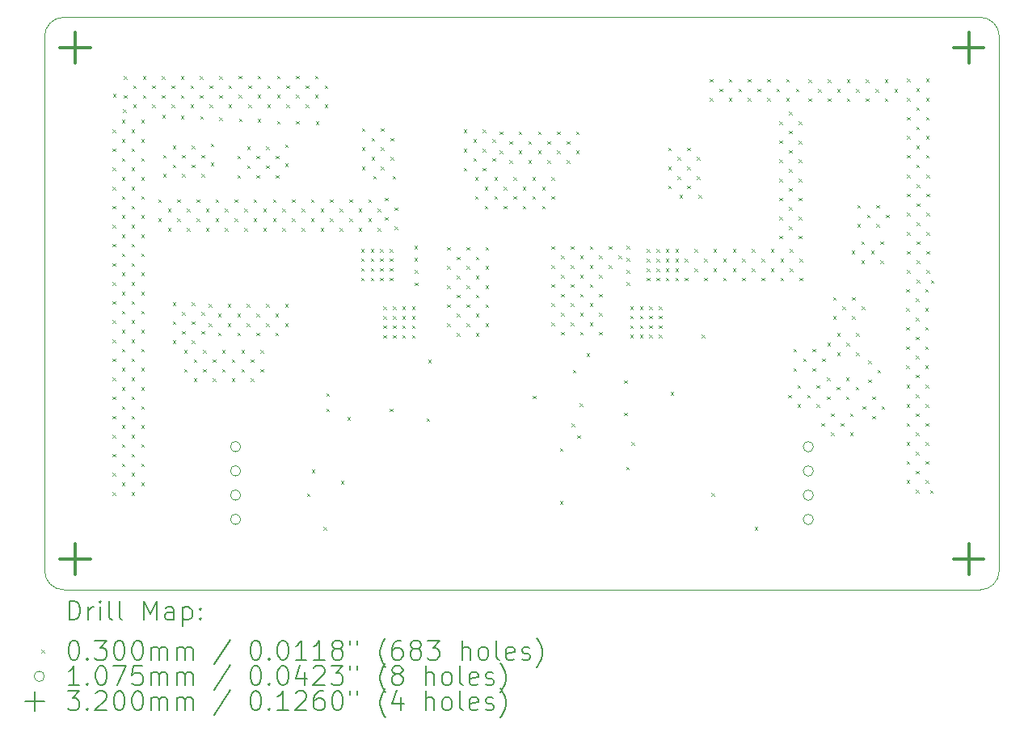
<source format=gbr>
%TF.GenerationSoftware,KiCad,Pcbnew,8.0.2*%
%TF.CreationDate,2024-06-09T17:22:21+08:00*%
%TF.ProjectId,MW_Buck_Boost_PB,4d575f42-7563-46b5-9f42-6f6f73745f50,rev?*%
%TF.SameCoordinates,Original*%
%TF.FileFunction,Drillmap*%
%TF.FilePolarity,Positive*%
%FSLAX45Y45*%
G04 Gerber Fmt 4.5, Leading zero omitted, Abs format (unit mm)*
G04 Created by KiCad (PCBNEW 8.0.2) date 2024-06-09 17:22:21*
%MOMM*%
%LPD*%
G01*
G04 APERTURE LIST*
%ADD10C,0.050000*%
%ADD11C,0.200000*%
%ADD12C,0.100000*%
%ADD13C,0.107500*%
%ADD14C,0.320000*%
G04 APERTURE END LIST*
D10*
X17075000Y-7027500D02*
X17075000Y-12627500D01*
X16875000Y-6827500D02*
G75*
G02*
X17075000Y-7027500I0J-200000D01*
G01*
X17075000Y-12627500D02*
G75*
G02*
X16875000Y-12827500I-200000J0D01*
G01*
X7275000Y-6827500D02*
X16875000Y-6827500D01*
X7075000Y-7027500D02*
G75*
G02*
X7275000Y-6827500I200000J0D01*
G01*
X7075000Y-12627500D02*
X7075000Y-7027500D01*
X7275000Y-12827500D02*
X16875000Y-12827500D01*
X7275000Y-12827500D02*
G75*
G02*
X7075000Y-12627500I0J200000D01*
G01*
D11*
D12*
X7785000Y-8002500D02*
X7815000Y-8032500D01*
X7815000Y-8002500D02*
X7785000Y-8032500D01*
X7785000Y-8202500D02*
X7815000Y-8232500D01*
X7815000Y-8202500D02*
X7785000Y-8232500D01*
X7785000Y-8402500D02*
X7815000Y-8432500D01*
X7815000Y-8402500D02*
X7785000Y-8432500D01*
X7785000Y-8602500D02*
X7815000Y-8632500D01*
X7815000Y-8602500D02*
X7785000Y-8632500D01*
X7785000Y-8802500D02*
X7815000Y-8832500D01*
X7815000Y-8802500D02*
X7785000Y-8832500D01*
X7785000Y-9002500D02*
X7815000Y-9032500D01*
X7815000Y-9002500D02*
X7785000Y-9032500D01*
X7785000Y-9202500D02*
X7815000Y-9232500D01*
X7815000Y-9202500D02*
X7785000Y-9232500D01*
X7785000Y-9402500D02*
X7815000Y-9432500D01*
X7815000Y-9402500D02*
X7785000Y-9432500D01*
X7785000Y-9602500D02*
X7815000Y-9632500D01*
X7815000Y-9602500D02*
X7785000Y-9632500D01*
X7785000Y-9802500D02*
X7815000Y-9832500D01*
X7815000Y-9802500D02*
X7785000Y-9832500D01*
X7785000Y-10002500D02*
X7815000Y-10032500D01*
X7815000Y-10002500D02*
X7785000Y-10032500D01*
X7785000Y-10202500D02*
X7815000Y-10232500D01*
X7815000Y-10202500D02*
X7785000Y-10232500D01*
X7785000Y-10402500D02*
X7815000Y-10432500D01*
X7815000Y-10402500D02*
X7785000Y-10432500D01*
X7785000Y-10602500D02*
X7815000Y-10632500D01*
X7815000Y-10602500D02*
X7785000Y-10632500D01*
X7785000Y-10802500D02*
X7815000Y-10832500D01*
X7815000Y-10802500D02*
X7785000Y-10832500D01*
X7785000Y-11002500D02*
X7815000Y-11032500D01*
X7815000Y-11002500D02*
X7785000Y-11032500D01*
X7785000Y-11202500D02*
X7815000Y-11232500D01*
X7815000Y-11202500D02*
X7785000Y-11232500D01*
X7785000Y-11402500D02*
X7815000Y-11432500D01*
X7815000Y-11402500D02*
X7785000Y-11432500D01*
X7785000Y-11602500D02*
X7815000Y-11632500D01*
X7815000Y-11602500D02*
X7785000Y-11632500D01*
X7785000Y-11802500D02*
X7815000Y-11832500D01*
X7815000Y-11802500D02*
X7785000Y-11832500D01*
X7790000Y-7630000D02*
X7820000Y-7660000D01*
X7820000Y-7630000D02*
X7790000Y-7660000D01*
X7885000Y-7902500D02*
X7915000Y-7932500D01*
X7915000Y-7902500D02*
X7885000Y-7932500D01*
X7885000Y-8102500D02*
X7915000Y-8132500D01*
X7915000Y-8102500D02*
X7885000Y-8132500D01*
X7885000Y-8302500D02*
X7915000Y-8332500D01*
X7915000Y-8302500D02*
X7885000Y-8332500D01*
X7885000Y-8502500D02*
X7915000Y-8532500D01*
X7915000Y-8502500D02*
X7885000Y-8532500D01*
X7885000Y-8702500D02*
X7915000Y-8732500D01*
X7915000Y-8702500D02*
X7885000Y-8732500D01*
X7885000Y-8902500D02*
X7915000Y-8932500D01*
X7915000Y-8902500D02*
X7885000Y-8932500D01*
X7885000Y-9102500D02*
X7915000Y-9132500D01*
X7915000Y-9102500D02*
X7885000Y-9132500D01*
X7885000Y-9302500D02*
X7915000Y-9332500D01*
X7915000Y-9302500D02*
X7885000Y-9332500D01*
X7885000Y-9502500D02*
X7915000Y-9532500D01*
X7915000Y-9502500D02*
X7885000Y-9532500D01*
X7885000Y-9702500D02*
X7915000Y-9732500D01*
X7915000Y-9702500D02*
X7885000Y-9732500D01*
X7885000Y-9902500D02*
X7915000Y-9932500D01*
X7915000Y-9902500D02*
X7885000Y-9932500D01*
X7885000Y-10102500D02*
X7915000Y-10132500D01*
X7915000Y-10102500D02*
X7885000Y-10132500D01*
X7885000Y-10302500D02*
X7915000Y-10332500D01*
X7915000Y-10302500D02*
X7885000Y-10332500D01*
X7885000Y-10502500D02*
X7915000Y-10532500D01*
X7915000Y-10502500D02*
X7885000Y-10532500D01*
X7885000Y-10702500D02*
X7915000Y-10732500D01*
X7915000Y-10702500D02*
X7885000Y-10732500D01*
X7885000Y-10902500D02*
X7915000Y-10932500D01*
X7915000Y-10902500D02*
X7885000Y-10932500D01*
X7885000Y-11102500D02*
X7915000Y-11132500D01*
X7915000Y-11102500D02*
X7885000Y-11132500D01*
X7885000Y-11302500D02*
X7915000Y-11332500D01*
X7915000Y-11302500D02*
X7885000Y-11332500D01*
X7885000Y-11502500D02*
X7915000Y-11532500D01*
X7915000Y-11502500D02*
X7885000Y-11532500D01*
X7885000Y-11702500D02*
X7915000Y-11732500D01*
X7915000Y-11702500D02*
X7885000Y-11732500D01*
X7897500Y-7790000D02*
X7927500Y-7820000D01*
X7927500Y-7790000D02*
X7897500Y-7820000D01*
X7902500Y-7442500D02*
X7932500Y-7472500D01*
X7932500Y-7442500D02*
X7902500Y-7472500D01*
X7902500Y-7642500D02*
X7932500Y-7672500D01*
X7932500Y-7642500D02*
X7902500Y-7672500D01*
X7985000Y-8002500D02*
X8015000Y-8032500D01*
X8015000Y-8002500D02*
X7985000Y-8032500D01*
X7985000Y-8202500D02*
X8015000Y-8232500D01*
X8015000Y-8202500D02*
X7985000Y-8232500D01*
X7985000Y-8402500D02*
X8015000Y-8432500D01*
X8015000Y-8402500D02*
X7985000Y-8432500D01*
X7985000Y-8602500D02*
X8015000Y-8632500D01*
X8015000Y-8602500D02*
X7985000Y-8632500D01*
X7985000Y-8802500D02*
X8015000Y-8832500D01*
X8015000Y-8802500D02*
X7985000Y-8832500D01*
X7985000Y-9002500D02*
X8015000Y-9032500D01*
X8015000Y-9002500D02*
X7985000Y-9032500D01*
X7985000Y-9202500D02*
X8015000Y-9232500D01*
X8015000Y-9202500D02*
X7985000Y-9232500D01*
X7985000Y-9402500D02*
X8015000Y-9432500D01*
X8015000Y-9402500D02*
X7985000Y-9432500D01*
X7985000Y-9602500D02*
X8015000Y-9632500D01*
X8015000Y-9602500D02*
X7985000Y-9632500D01*
X7985000Y-9802500D02*
X8015000Y-9832500D01*
X8015000Y-9802500D02*
X7985000Y-9832500D01*
X7985000Y-10002500D02*
X8015000Y-10032500D01*
X8015000Y-10002500D02*
X7985000Y-10032500D01*
X7985000Y-10202500D02*
X8015000Y-10232500D01*
X8015000Y-10202500D02*
X7985000Y-10232500D01*
X7985000Y-10402500D02*
X8015000Y-10432500D01*
X8015000Y-10402500D02*
X7985000Y-10432500D01*
X7985000Y-10602500D02*
X8015000Y-10632500D01*
X8015000Y-10602500D02*
X7985000Y-10632500D01*
X7985000Y-10802500D02*
X8015000Y-10832500D01*
X8015000Y-10802500D02*
X7985000Y-10832500D01*
X7985000Y-11002500D02*
X8015000Y-11032500D01*
X8015000Y-11002500D02*
X7985000Y-11032500D01*
X7985000Y-11202500D02*
X8015000Y-11232500D01*
X8015000Y-11202500D02*
X7985000Y-11232500D01*
X7985000Y-11402500D02*
X8015000Y-11432500D01*
X8015000Y-11402500D02*
X7985000Y-11432500D01*
X7985000Y-11602500D02*
X8015000Y-11632500D01*
X8015000Y-11602500D02*
X7985000Y-11632500D01*
X7985000Y-11802500D02*
X8015000Y-11832500D01*
X8015000Y-11802500D02*
X7985000Y-11832500D01*
X8002500Y-7542500D02*
X8032500Y-7572500D01*
X8032500Y-7542500D02*
X8002500Y-7572500D01*
X8002500Y-7742500D02*
X8032500Y-7772500D01*
X8032500Y-7742500D02*
X8002500Y-7772500D01*
X8085000Y-7902500D02*
X8115000Y-7932500D01*
X8115000Y-7902500D02*
X8085000Y-7932500D01*
X8085000Y-8102500D02*
X8115000Y-8132500D01*
X8115000Y-8102500D02*
X8085000Y-8132500D01*
X8085000Y-8302500D02*
X8115000Y-8332500D01*
X8115000Y-8302500D02*
X8085000Y-8332500D01*
X8085000Y-8502500D02*
X8115000Y-8532500D01*
X8115000Y-8502500D02*
X8085000Y-8532500D01*
X8085000Y-8702500D02*
X8115000Y-8732500D01*
X8115000Y-8702500D02*
X8085000Y-8732500D01*
X8085000Y-8902500D02*
X8115000Y-8932500D01*
X8115000Y-8902500D02*
X8085000Y-8932500D01*
X8085000Y-9102500D02*
X8115000Y-9132500D01*
X8115000Y-9102500D02*
X8085000Y-9132500D01*
X8085000Y-9302500D02*
X8115000Y-9332500D01*
X8115000Y-9302500D02*
X8085000Y-9332500D01*
X8085000Y-9502500D02*
X8115000Y-9532500D01*
X8115000Y-9502500D02*
X8085000Y-9532500D01*
X8085000Y-9702500D02*
X8115000Y-9732500D01*
X8115000Y-9702500D02*
X8085000Y-9732500D01*
X8085000Y-9902500D02*
X8115000Y-9932500D01*
X8115000Y-9902500D02*
X8085000Y-9932500D01*
X8085000Y-10102500D02*
X8115000Y-10132500D01*
X8115000Y-10102500D02*
X8085000Y-10132500D01*
X8085000Y-10302500D02*
X8115000Y-10332500D01*
X8115000Y-10302500D02*
X8085000Y-10332500D01*
X8085000Y-10502500D02*
X8115000Y-10532500D01*
X8115000Y-10502500D02*
X8085000Y-10532500D01*
X8085000Y-10702500D02*
X8115000Y-10732500D01*
X8115000Y-10702500D02*
X8085000Y-10732500D01*
X8085000Y-10902500D02*
X8115000Y-10932500D01*
X8115000Y-10902500D02*
X8085000Y-10932500D01*
X8085000Y-11102500D02*
X8115000Y-11132500D01*
X8115000Y-11102500D02*
X8085000Y-11132500D01*
X8085000Y-11302500D02*
X8115000Y-11332500D01*
X8115000Y-11302500D02*
X8085000Y-11332500D01*
X8085000Y-11502500D02*
X8115000Y-11532500D01*
X8115000Y-11502500D02*
X8085000Y-11532500D01*
X8085000Y-11702500D02*
X8115000Y-11732500D01*
X8115000Y-11702500D02*
X8085000Y-11732500D01*
X8102500Y-7442500D02*
X8132500Y-7472500D01*
X8132500Y-7442500D02*
X8102500Y-7472500D01*
X8102500Y-7642500D02*
X8132500Y-7672500D01*
X8132500Y-7642500D02*
X8102500Y-7672500D01*
X8202500Y-7542500D02*
X8232500Y-7572500D01*
X8232500Y-7542500D02*
X8202500Y-7572500D01*
X8202500Y-7742500D02*
X8232500Y-7772500D01*
X8232500Y-7742500D02*
X8202500Y-7772500D01*
X8265000Y-8735000D02*
X8295000Y-8765000D01*
X8295000Y-8735000D02*
X8265000Y-8765000D01*
X8265000Y-8935000D02*
X8295000Y-8965000D01*
X8295000Y-8935000D02*
X8265000Y-8965000D01*
X8302500Y-7442500D02*
X8332500Y-7472500D01*
X8332500Y-7442500D02*
X8302500Y-7472500D01*
X8302500Y-7642500D02*
X8332500Y-7672500D01*
X8332500Y-7642500D02*
X8302500Y-7672500D01*
X8305000Y-7852500D02*
X8335000Y-7882500D01*
X8335000Y-7852500D02*
X8305000Y-7882500D01*
X8314969Y-8270034D02*
X8344969Y-8300034D01*
X8344969Y-8270034D02*
X8314969Y-8300034D01*
X8314969Y-8470034D02*
X8344969Y-8500034D01*
X8344969Y-8470034D02*
X8314969Y-8500034D01*
X8365000Y-8835000D02*
X8395000Y-8865000D01*
X8395000Y-8835000D02*
X8365000Y-8865000D01*
X8365000Y-9035000D02*
X8395000Y-9065000D01*
X8395000Y-9035000D02*
X8365000Y-9065000D01*
X8402500Y-7542500D02*
X8432500Y-7572500D01*
X8432500Y-7542500D02*
X8402500Y-7572500D01*
X8402500Y-7742500D02*
X8432500Y-7772500D01*
X8432500Y-7742500D02*
X8402500Y-7772500D01*
X8414969Y-8170034D02*
X8444969Y-8200034D01*
X8444969Y-8170034D02*
X8414969Y-8200034D01*
X8414969Y-8370034D02*
X8444969Y-8400034D01*
X8444969Y-8370034D02*
X8414969Y-8400034D01*
X8415466Y-9814469D02*
X8445466Y-9844469D01*
X8445466Y-9814469D02*
X8415466Y-9844469D01*
X8415466Y-10014469D02*
X8445466Y-10044469D01*
X8445466Y-10014469D02*
X8415466Y-10044469D01*
X8415466Y-10214469D02*
X8445466Y-10244469D01*
X8445466Y-10214469D02*
X8415466Y-10244469D01*
X8465000Y-8735000D02*
X8495000Y-8765000D01*
X8495000Y-8735000D02*
X8465000Y-8765000D01*
X8465000Y-8935000D02*
X8495000Y-8965000D01*
X8495000Y-8935000D02*
X8465000Y-8965000D01*
X8502500Y-7442500D02*
X8532500Y-7472500D01*
X8532500Y-7442500D02*
X8502500Y-7472500D01*
X8502500Y-7642500D02*
X8532500Y-7672500D01*
X8532500Y-7642500D02*
X8502500Y-7672500D01*
X8502500Y-7860000D02*
X8532500Y-7890000D01*
X8532500Y-7860000D02*
X8502500Y-7890000D01*
X8514969Y-8270034D02*
X8544969Y-8300034D01*
X8544969Y-8270034D02*
X8514969Y-8300034D01*
X8514969Y-8470034D02*
X8544969Y-8500034D01*
X8544969Y-8470034D02*
X8514969Y-8500034D01*
X8515466Y-9914469D02*
X8545466Y-9944469D01*
X8545466Y-9914469D02*
X8515466Y-9944469D01*
X8515466Y-10114469D02*
X8545466Y-10144469D01*
X8545466Y-10114469D02*
X8515466Y-10144469D01*
X8535000Y-10312500D02*
X8565000Y-10342500D01*
X8565000Y-10312500D02*
X8535000Y-10342500D01*
X8535000Y-10512500D02*
X8565000Y-10542500D01*
X8565000Y-10512500D02*
X8535000Y-10542500D01*
X8565000Y-8835000D02*
X8595000Y-8865000D01*
X8595000Y-8835000D02*
X8565000Y-8865000D01*
X8565000Y-9035000D02*
X8595000Y-9065000D01*
X8595000Y-9035000D02*
X8565000Y-9065000D01*
X8602500Y-7542500D02*
X8632500Y-7572500D01*
X8632500Y-7542500D02*
X8602500Y-7572500D01*
X8602500Y-7742500D02*
X8632500Y-7772500D01*
X8632500Y-7742500D02*
X8602500Y-7772500D01*
X8614969Y-8170034D02*
X8644969Y-8200034D01*
X8644969Y-8170034D02*
X8614969Y-8200034D01*
X8614969Y-8370034D02*
X8644969Y-8400034D01*
X8644969Y-8370034D02*
X8614969Y-8400034D01*
X8615466Y-9814469D02*
X8645466Y-9844469D01*
X8645466Y-9814469D02*
X8615466Y-9844469D01*
X8615466Y-10014469D02*
X8645466Y-10044469D01*
X8645466Y-10014469D02*
X8615466Y-10044469D01*
X8615466Y-10214469D02*
X8645466Y-10244469D01*
X8645466Y-10214469D02*
X8615466Y-10244469D01*
X8635000Y-10412500D02*
X8665000Y-10442500D01*
X8665000Y-10412500D02*
X8635000Y-10442500D01*
X8635000Y-10612500D02*
X8665000Y-10642500D01*
X8665000Y-10612500D02*
X8635000Y-10642500D01*
X8665000Y-8735000D02*
X8695000Y-8765000D01*
X8695000Y-8735000D02*
X8665000Y-8765000D01*
X8665000Y-8935000D02*
X8695000Y-8965000D01*
X8695000Y-8935000D02*
X8665000Y-8965000D01*
X8702500Y-7442500D02*
X8732500Y-7472500D01*
X8732500Y-7442500D02*
X8702500Y-7472500D01*
X8702500Y-7642500D02*
X8732500Y-7672500D01*
X8732500Y-7642500D02*
X8702500Y-7672500D01*
X8705000Y-7865000D02*
X8735000Y-7895000D01*
X8735000Y-7865000D02*
X8705000Y-7895000D01*
X8714969Y-8270034D02*
X8744969Y-8300034D01*
X8744969Y-8270034D02*
X8714969Y-8300034D01*
X8714969Y-8470034D02*
X8744969Y-8500034D01*
X8744969Y-8470034D02*
X8714969Y-8500034D01*
X8715466Y-9914469D02*
X8745466Y-9944469D01*
X8745466Y-9914469D02*
X8715466Y-9944469D01*
X8715466Y-10114469D02*
X8745466Y-10144469D01*
X8745466Y-10114469D02*
X8715466Y-10144469D01*
X8735000Y-10312500D02*
X8765000Y-10342500D01*
X8765000Y-10312500D02*
X8735000Y-10342500D01*
X8735000Y-10512500D02*
X8765000Y-10542500D01*
X8765000Y-10512500D02*
X8735000Y-10542500D01*
X8765000Y-8835000D02*
X8795000Y-8865000D01*
X8795000Y-8835000D02*
X8765000Y-8865000D01*
X8765000Y-9035000D02*
X8795000Y-9065000D01*
X8795000Y-9035000D02*
X8765000Y-9065000D01*
X8792640Y-9833289D02*
X8822640Y-9863289D01*
X8822640Y-9833289D02*
X8792640Y-9863289D01*
X8792640Y-10033289D02*
X8822640Y-10063289D01*
X8822640Y-10033289D02*
X8792640Y-10063289D01*
X8802500Y-7542500D02*
X8832500Y-7572500D01*
X8832500Y-7542500D02*
X8802500Y-7572500D01*
X8802500Y-7742500D02*
X8832500Y-7772500D01*
X8832500Y-7742500D02*
X8802500Y-7772500D01*
X8813000Y-8150500D02*
X8843000Y-8180500D01*
X8843000Y-8150500D02*
X8813000Y-8180500D01*
X8813000Y-8350500D02*
X8843000Y-8380500D01*
X8843000Y-8350500D02*
X8813000Y-8380500D01*
X8835000Y-10412500D02*
X8865000Y-10442500D01*
X8865000Y-10412500D02*
X8835000Y-10442500D01*
X8835000Y-10612500D02*
X8865000Y-10642500D01*
X8865000Y-10612500D02*
X8835000Y-10642500D01*
X8865000Y-8735000D02*
X8895000Y-8765000D01*
X8895000Y-8735000D02*
X8865000Y-8765000D01*
X8865000Y-8935000D02*
X8895000Y-8965000D01*
X8895000Y-8935000D02*
X8865000Y-8965000D01*
X8892640Y-9933289D02*
X8922640Y-9963289D01*
X8922640Y-9933289D02*
X8892640Y-9963289D01*
X8892640Y-10133289D02*
X8922640Y-10163289D01*
X8922640Y-10133289D02*
X8892640Y-10163289D01*
X8902500Y-7442500D02*
X8932500Y-7472500D01*
X8932500Y-7442500D02*
X8902500Y-7472500D01*
X8902500Y-7642500D02*
X8932500Y-7672500D01*
X8932500Y-7642500D02*
X8902500Y-7672500D01*
X8905000Y-7877500D02*
X8935000Y-7907500D01*
X8935000Y-7877500D02*
X8905000Y-7907500D01*
X8935000Y-10312500D02*
X8965000Y-10342500D01*
X8965000Y-10312500D02*
X8935000Y-10342500D01*
X8935000Y-10512500D02*
X8965000Y-10542500D01*
X8965000Y-10512500D02*
X8935000Y-10542500D01*
X8965000Y-8835000D02*
X8995000Y-8865000D01*
X8995000Y-8835000D02*
X8965000Y-8865000D01*
X8965000Y-9035000D02*
X8995000Y-9065000D01*
X8995000Y-9035000D02*
X8965000Y-9065000D01*
X8992640Y-9833289D02*
X9022640Y-9863289D01*
X9022640Y-9833289D02*
X8992640Y-9863289D01*
X8992640Y-10033289D02*
X9022640Y-10063289D01*
X9022640Y-10033289D02*
X8992640Y-10063289D01*
X9002500Y-7542500D02*
X9032500Y-7572500D01*
X9032500Y-7542500D02*
X9002500Y-7572500D01*
X9002500Y-7742500D02*
X9032500Y-7772500D01*
X9032500Y-7742500D02*
X9002500Y-7772500D01*
X9035000Y-10412500D02*
X9065000Y-10442500D01*
X9065000Y-10412500D02*
X9035000Y-10442500D01*
X9035000Y-10612500D02*
X9065000Y-10642500D01*
X9065000Y-10612500D02*
X9035000Y-10642500D01*
X9065000Y-8735000D02*
X9095000Y-8765000D01*
X9095000Y-8735000D02*
X9065000Y-8765000D01*
X9065000Y-8935000D02*
X9095000Y-8965000D01*
X9095000Y-8935000D02*
X9065000Y-8965000D01*
X9092640Y-9933289D02*
X9122640Y-9963289D01*
X9122640Y-9933289D02*
X9092640Y-9963289D01*
X9092640Y-10133289D02*
X9122640Y-10163289D01*
X9122640Y-10133289D02*
X9092640Y-10163289D01*
X9093969Y-8280034D02*
X9123969Y-8310034D01*
X9123969Y-8280034D02*
X9093969Y-8310034D01*
X9093969Y-8480034D02*
X9123969Y-8510034D01*
X9123969Y-8480034D02*
X9093969Y-8510034D01*
X9107500Y-7440000D02*
X9137500Y-7470000D01*
X9137500Y-7440000D02*
X9107500Y-7470000D01*
X9107500Y-7640000D02*
X9137500Y-7670000D01*
X9137500Y-7640000D02*
X9107500Y-7670000D01*
X9110000Y-7890000D02*
X9140000Y-7920000D01*
X9140000Y-7890000D02*
X9110000Y-7920000D01*
X9135000Y-10312500D02*
X9165000Y-10342500D01*
X9165000Y-10312500D02*
X9135000Y-10342500D01*
X9135000Y-10512500D02*
X9165000Y-10542500D01*
X9165000Y-10512500D02*
X9135000Y-10542500D01*
X9165000Y-8835000D02*
X9195000Y-8865000D01*
X9195000Y-8835000D02*
X9165000Y-8865000D01*
X9165000Y-9035000D02*
X9195000Y-9065000D01*
X9195000Y-9035000D02*
X9165000Y-9065000D01*
X9192640Y-9833289D02*
X9222640Y-9863289D01*
X9222640Y-9833289D02*
X9192640Y-9863289D01*
X9192640Y-10033289D02*
X9222640Y-10063289D01*
X9222640Y-10033289D02*
X9192640Y-10063289D01*
X9193969Y-8180034D02*
X9223969Y-8210034D01*
X9223969Y-8180034D02*
X9193969Y-8210034D01*
X9193969Y-8380034D02*
X9223969Y-8410034D01*
X9223969Y-8380034D02*
X9193969Y-8410034D01*
X9207500Y-7540000D02*
X9237500Y-7570000D01*
X9237500Y-7540000D02*
X9207500Y-7570000D01*
X9207500Y-7740000D02*
X9237500Y-7770000D01*
X9237500Y-7740000D02*
X9207500Y-7770000D01*
X9235000Y-10412500D02*
X9265000Y-10442500D01*
X9265000Y-10412500D02*
X9235000Y-10442500D01*
X9235000Y-10612500D02*
X9265000Y-10642500D01*
X9265000Y-10612500D02*
X9235000Y-10642500D01*
X9265000Y-8735000D02*
X9295000Y-8765000D01*
X9295000Y-8735000D02*
X9265000Y-8765000D01*
X9265000Y-8935000D02*
X9295000Y-8965000D01*
X9295000Y-8935000D02*
X9265000Y-8965000D01*
X9292640Y-9933289D02*
X9322640Y-9963289D01*
X9322640Y-9933289D02*
X9292640Y-9963289D01*
X9292640Y-10133289D02*
X9322640Y-10163289D01*
X9322640Y-10133289D02*
X9292640Y-10163289D01*
X9293969Y-8280034D02*
X9323969Y-8310034D01*
X9323969Y-8280034D02*
X9293969Y-8310034D01*
X9293969Y-8480034D02*
X9323969Y-8510034D01*
X9323969Y-8480034D02*
X9293969Y-8510034D01*
X9305000Y-7895000D02*
X9335000Y-7925000D01*
X9335000Y-7895000D02*
X9305000Y-7925000D01*
X9307500Y-7440000D02*
X9337500Y-7470000D01*
X9337500Y-7440000D02*
X9307500Y-7470000D01*
X9307500Y-7640000D02*
X9337500Y-7670000D01*
X9337500Y-7640000D02*
X9307500Y-7670000D01*
X9335000Y-10312500D02*
X9365000Y-10342500D01*
X9365000Y-10312500D02*
X9335000Y-10342500D01*
X9335000Y-10512500D02*
X9365000Y-10542500D01*
X9365000Y-10512500D02*
X9335000Y-10542500D01*
X9365000Y-8835000D02*
X9395000Y-8865000D01*
X9395000Y-8835000D02*
X9365000Y-8865000D01*
X9365000Y-9035000D02*
X9395000Y-9065000D01*
X9395000Y-9035000D02*
X9365000Y-9065000D01*
X9392640Y-9833289D02*
X9422640Y-9863289D01*
X9422640Y-9833289D02*
X9392640Y-9863289D01*
X9392640Y-10033289D02*
X9422640Y-10063289D01*
X9422640Y-10033289D02*
X9392640Y-10063289D01*
X9393969Y-8180034D02*
X9423969Y-8210034D01*
X9423969Y-8180034D02*
X9393969Y-8210034D01*
X9393969Y-8380034D02*
X9423969Y-8410034D01*
X9423969Y-8380034D02*
X9393969Y-8410034D01*
X9407500Y-7540000D02*
X9437500Y-7570000D01*
X9437500Y-7540000D02*
X9407500Y-7570000D01*
X9407500Y-7740000D02*
X9437500Y-7770000D01*
X9437500Y-7740000D02*
X9407500Y-7770000D01*
X9465000Y-8735000D02*
X9495000Y-8765000D01*
X9495000Y-8735000D02*
X9465000Y-8765000D01*
X9465000Y-8935000D02*
X9495000Y-8965000D01*
X9495000Y-8935000D02*
X9465000Y-8965000D01*
X9492640Y-9933289D02*
X9522640Y-9963289D01*
X9522640Y-9933289D02*
X9492640Y-9963289D01*
X9492640Y-10133289D02*
X9522640Y-10163289D01*
X9522640Y-10133289D02*
X9492640Y-10163289D01*
X9493969Y-8280034D02*
X9523969Y-8310034D01*
X9523969Y-8280034D02*
X9493969Y-8310034D01*
X9493969Y-8480034D02*
X9523969Y-8510034D01*
X9523969Y-8480034D02*
X9493969Y-8510034D01*
X9507500Y-7440000D02*
X9537500Y-7470000D01*
X9537500Y-7440000D02*
X9507500Y-7470000D01*
X9507500Y-7640000D02*
X9537500Y-7670000D01*
X9537500Y-7640000D02*
X9507500Y-7670000D01*
X9510000Y-7912500D02*
X9540000Y-7942500D01*
X9540000Y-7912500D02*
X9510000Y-7942500D01*
X9565000Y-8835000D02*
X9595000Y-8865000D01*
X9595000Y-8835000D02*
X9565000Y-8865000D01*
X9565000Y-9035000D02*
X9595000Y-9065000D01*
X9595000Y-9035000D02*
X9565000Y-9065000D01*
X9592000Y-8160500D02*
X9622000Y-8190500D01*
X9622000Y-8160500D02*
X9592000Y-8190500D01*
X9592000Y-8360500D02*
X9622000Y-8390500D01*
X9622000Y-8360500D02*
X9592000Y-8390500D01*
X9592640Y-9833289D02*
X9622640Y-9863289D01*
X9622640Y-9833289D02*
X9592640Y-9863289D01*
X9592640Y-10033289D02*
X9622640Y-10063289D01*
X9622640Y-10033289D02*
X9592640Y-10063289D01*
X9607500Y-7540000D02*
X9637500Y-7570000D01*
X9637500Y-7540000D02*
X9607500Y-7570000D01*
X9607500Y-7740000D02*
X9637500Y-7770000D01*
X9637500Y-7740000D02*
X9607500Y-7770000D01*
X9665000Y-8735000D02*
X9695000Y-8765000D01*
X9695000Y-8735000D02*
X9665000Y-8765000D01*
X9665000Y-8935000D02*
X9695000Y-8965000D01*
X9695000Y-8935000D02*
X9665000Y-8965000D01*
X9707500Y-7440000D02*
X9737500Y-7470000D01*
X9737500Y-7440000D02*
X9707500Y-7470000D01*
X9707500Y-7640000D02*
X9737500Y-7670000D01*
X9737500Y-7640000D02*
X9707500Y-7670000D01*
X9710000Y-7915000D02*
X9740000Y-7945000D01*
X9740000Y-7915000D02*
X9710000Y-7945000D01*
X9765000Y-8835000D02*
X9795000Y-8865000D01*
X9795000Y-8835000D02*
X9765000Y-8865000D01*
X9765000Y-9035000D02*
X9795000Y-9065000D01*
X9795000Y-9035000D02*
X9765000Y-9065000D01*
X9807500Y-7540000D02*
X9837500Y-7570000D01*
X9837500Y-7540000D02*
X9807500Y-7570000D01*
X9807500Y-7740000D02*
X9837500Y-7770000D01*
X9837500Y-7740000D02*
X9807500Y-7770000D01*
X9822500Y-11817500D02*
X9852500Y-11847500D01*
X9852500Y-11817500D02*
X9822500Y-11847500D01*
X9865000Y-8735000D02*
X9895000Y-8765000D01*
X9895000Y-8735000D02*
X9865000Y-8765000D01*
X9865000Y-8935000D02*
X9895000Y-8965000D01*
X9895000Y-8935000D02*
X9865000Y-8965000D01*
X9872500Y-11566500D02*
X9902500Y-11596500D01*
X9902500Y-11566500D02*
X9872500Y-11596500D01*
X9907500Y-7440000D02*
X9937500Y-7470000D01*
X9937500Y-7440000D02*
X9907500Y-7470000D01*
X9907500Y-7640000D02*
X9937500Y-7670000D01*
X9937500Y-7640000D02*
X9907500Y-7670000D01*
X9915000Y-7920000D02*
X9945000Y-7950000D01*
X9945000Y-7920000D02*
X9915000Y-7950000D01*
X9965000Y-8835000D02*
X9995000Y-8865000D01*
X9995000Y-8835000D02*
X9965000Y-8865000D01*
X9965000Y-9035000D02*
X9995000Y-9065000D01*
X9995000Y-9035000D02*
X9965000Y-9065000D01*
X9995000Y-12167500D02*
X10025000Y-12197500D01*
X10025000Y-12167500D02*
X9995000Y-12197500D01*
X10007500Y-7540000D02*
X10037500Y-7570000D01*
X10037500Y-7540000D02*
X10007500Y-7570000D01*
X10007500Y-7740000D02*
X10037500Y-7770000D01*
X10037500Y-7740000D02*
X10007500Y-7770000D01*
X10023890Y-10927500D02*
X10053890Y-10957500D01*
X10053890Y-10927500D02*
X10023890Y-10957500D01*
X10025000Y-10767500D02*
X10055000Y-10797500D01*
X10055000Y-10767500D02*
X10025000Y-10797500D01*
X10065000Y-8735000D02*
X10095000Y-8765000D01*
X10095000Y-8735000D02*
X10065000Y-8765000D01*
X10065000Y-8935000D02*
X10095000Y-8965000D01*
X10095000Y-8935000D02*
X10065000Y-8965000D01*
X10165000Y-8835000D02*
X10195000Y-8865000D01*
X10195000Y-8835000D02*
X10165000Y-8865000D01*
X10165000Y-9035000D02*
X10195000Y-9065000D01*
X10195000Y-9035000D02*
X10165000Y-9065000D01*
X10177500Y-11685000D02*
X10207500Y-11715000D01*
X10207500Y-11685000D02*
X10177500Y-11715000D01*
X10246000Y-11016500D02*
X10276000Y-11046500D01*
X10276000Y-11016500D02*
X10246000Y-11046500D01*
X10265000Y-8735000D02*
X10295000Y-8765000D01*
X10295000Y-8735000D02*
X10265000Y-8765000D01*
X10265000Y-8935000D02*
X10295000Y-8965000D01*
X10295000Y-8935000D02*
X10265000Y-8965000D01*
X10365000Y-8835000D02*
X10395000Y-8865000D01*
X10395000Y-8835000D02*
X10365000Y-8865000D01*
X10365000Y-9035000D02*
X10395000Y-9065000D01*
X10395000Y-9035000D02*
X10365000Y-9065000D01*
X10390000Y-9255000D02*
X10420000Y-9285000D01*
X10420000Y-9255000D02*
X10390000Y-9285000D01*
X10390000Y-9355000D02*
X10420000Y-9385000D01*
X10420000Y-9355000D02*
X10390000Y-9385000D01*
X10390000Y-9455000D02*
X10420000Y-9485000D01*
X10420000Y-9455000D02*
X10390000Y-9485000D01*
X10390000Y-9555000D02*
X10420000Y-9585000D01*
X10420000Y-9555000D02*
X10390000Y-9585000D01*
X10398466Y-7991469D02*
X10428466Y-8021469D01*
X10428466Y-7991469D02*
X10398466Y-8021469D01*
X10398466Y-8191469D02*
X10428466Y-8221469D01*
X10428466Y-8191469D02*
X10398466Y-8221469D01*
X10398466Y-8391469D02*
X10428466Y-8421469D01*
X10428466Y-8391469D02*
X10398466Y-8421469D01*
X10465000Y-8735000D02*
X10495000Y-8765000D01*
X10495000Y-8735000D02*
X10465000Y-8765000D01*
X10465000Y-8935000D02*
X10495000Y-8965000D01*
X10495000Y-8935000D02*
X10465000Y-8965000D01*
X10490000Y-9255000D02*
X10520000Y-9285000D01*
X10520000Y-9255000D02*
X10490000Y-9285000D01*
X10490000Y-9355000D02*
X10520000Y-9385000D01*
X10520000Y-9355000D02*
X10490000Y-9385000D01*
X10490000Y-9455000D02*
X10520000Y-9485000D01*
X10520000Y-9455000D02*
X10490000Y-9485000D01*
X10490000Y-9555000D02*
X10520000Y-9585000D01*
X10520000Y-9555000D02*
X10490000Y-9585000D01*
X10498466Y-8091469D02*
X10528466Y-8121469D01*
X10528466Y-8091469D02*
X10498466Y-8121469D01*
X10498466Y-8291469D02*
X10528466Y-8321469D01*
X10528466Y-8291469D02*
X10498466Y-8321469D01*
X10518000Y-8489500D02*
X10548000Y-8519500D01*
X10548000Y-8489500D02*
X10518000Y-8519500D01*
X10565000Y-8835000D02*
X10595000Y-8865000D01*
X10595000Y-8835000D02*
X10565000Y-8865000D01*
X10565000Y-9035000D02*
X10595000Y-9065000D01*
X10595000Y-9035000D02*
X10565000Y-9065000D01*
X10590000Y-9255000D02*
X10620000Y-9285000D01*
X10620000Y-9255000D02*
X10590000Y-9285000D01*
X10590000Y-9355000D02*
X10620000Y-9385000D01*
X10620000Y-9355000D02*
X10590000Y-9385000D01*
X10590000Y-9455000D02*
X10620000Y-9485000D01*
X10620000Y-9455000D02*
X10590000Y-9485000D01*
X10590000Y-9555000D02*
X10620000Y-9585000D01*
X10620000Y-9555000D02*
X10590000Y-9585000D01*
X10598466Y-7991469D02*
X10628466Y-8021469D01*
X10628466Y-7991469D02*
X10598466Y-8021469D01*
X10598466Y-8191469D02*
X10628466Y-8221469D01*
X10628466Y-8191469D02*
X10598466Y-8221469D01*
X10598466Y-8391469D02*
X10628466Y-8421469D01*
X10628466Y-8391469D02*
X10598466Y-8421469D01*
X10622000Y-9857500D02*
X10652000Y-9887500D01*
X10652000Y-9857500D02*
X10622000Y-9887500D01*
X10622000Y-9957500D02*
X10652000Y-9987500D01*
X10652000Y-9957500D02*
X10622000Y-9987500D01*
X10622000Y-10057500D02*
X10652000Y-10087500D01*
X10652000Y-10057500D02*
X10622000Y-10087500D01*
X10622000Y-10157500D02*
X10652000Y-10187500D01*
X10652000Y-10157500D02*
X10622000Y-10187500D01*
X10640000Y-8720000D02*
X10670000Y-8750000D01*
X10670000Y-8720000D02*
X10640000Y-8750000D01*
X10640000Y-8920000D02*
X10670000Y-8950000D01*
X10670000Y-8920000D02*
X10640000Y-8950000D01*
X10690000Y-9255000D02*
X10720000Y-9285000D01*
X10720000Y-9255000D02*
X10690000Y-9285000D01*
X10690000Y-9355000D02*
X10720000Y-9385000D01*
X10720000Y-9355000D02*
X10690000Y-9385000D01*
X10690000Y-9455000D02*
X10720000Y-9485000D01*
X10720000Y-9455000D02*
X10690000Y-9485000D01*
X10690000Y-9555000D02*
X10720000Y-9585000D01*
X10720000Y-9555000D02*
X10690000Y-9585000D01*
X10690000Y-10927500D02*
X10720000Y-10957500D01*
X10720000Y-10927500D02*
X10690000Y-10957500D01*
X10698466Y-8091469D02*
X10728466Y-8121469D01*
X10728466Y-8091469D02*
X10698466Y-8121469D01*
X10698466Y-8291469D02*
X10728466Y-8321469D01*
X10728466Y-8291469D02*
X10698466Y-8321469D01*
X10718000Y-8489500D02*
X10748000Y-8519500D01*
X10748000Y-8489500D02*
X10718000Y-8519500D01*
X10722000Y-9857500D02*
X10752000Y-9887500D01*
X10752000Y-9857500D02*
X10722000Y-9887500D01*
X10722000Y-9957500D02*
X10752000Y-9987500D01*
X10752000Y-9957500D02*
X10722000Y-9987500D01*
X10722000Y-10057500D02*
X10752000Y-10087500D01*
X10752000Y-10057500D02*
X10722000Y-10087500D01*
X10722000Y-10157500D02*
X10752000Y-10187500D01*
X10752000Y-10157500D02*
X10722000Y-10187500D01*
X10740000Y-8820000D02*
X10770000Y-8850000D01*
X10770000Y-8820000D02*
X10740000Y-8850000D01*
X10740000Y-9020000D02*
X10770000Y-9050000D01*
X10770000Y-9020000D02*
X10740000Y-9050000D01*
X10822000Y-9857500D02*
X10852000Y-9887500D01*
X10852000Y-9857500D02*
X10822000Y-9887500D01*
X10822000Y-9957500D02*
X10852000Y-9987500D01*
X10852000Y-9957500D02*
X10822000Y-9987500D01*
X10822000Y-10057500D02*
X10852000Y-10087500D01*
X10852000Y-10057500D02*
X10822000Y-10087500D01*
X10822000Y-10157500D02*
X10852000Y-10187500D01*
X10852000Y-10157500D02*
X10822000Y-10187500D01*
X10922000Y-9857500D02*
X10952000Y-9887500D01*
X10952000Y-9857500D02*
X10922000Y-9887500D01*
X10922000Y-9957500D02*
X10952000Y-9987500D01*
X10952000Y-9957500D02*
X10922000Y-9987500D01*
X10922000Y-10057500D02*
X10952000Y-10087500D01*
X10952000Y-10057500D02*
X10922000Y-10087500D01*
X10922000Y-10157500D02*
X10952000Y-10187500D01*
X10952000Y-10157500D02*
X10922000Y-10187500D01*
X10950000Y-9222000D02*
X10980000Y-9252000D01*
X10980000Y-9222000D02*
X10950000Y-9252000D01*
X10950000Y-9349000D02*
X10980000Y-9379000D01*
X10980000Y-9349000D02*
X10950000Y-9379000D01*
X10951000Y-9475500D02*
X10981000Y-9505500D01*
X10981000Y-9475500D02*
X10951000Y-9505500D01*
X10952000Y-9606500D02*
X10982000Y-9636500D01*
X10982000Y-9606500D02*
X10952000Y-9636500D01*
X11074000Y-11028500D02*
X11104000Y-11058500D01*
X11104000Y-11028500D02*
X11074000Y-11058500D01*
X11092500Y-10415000D02*
X11122500Y-10445000D01*
X11122500Y-10415000D02*
X11092500Y-10445000D01*
X11293000Y-9235500D02*
X11323000Y-9265500D01*
X11323000Y-9235500D02*
X11293000Y-9265500D01*
X11293000Y-9435500D02*
X11323000Y-9465500D01*
X11323000Y-9435500D02*
X11293000Y-9465500D01*
X11293000Y-9635500D02*
X11323000Y-9665500D01*
X11323000Y-9635500D02*
X11293000Y-9665500D01*
X11293000Y-9835500D02*
X11323000Y-9865500D01*
X11323000Y-9835500D02*
X11293000Y-9865500D01*
X11293000Y-10035500D02*
X11323000Y-10065500D01*
X11323000Y-10035500D02*
X11293000Y-10065500D01*
X11393000Y-9335500D02*
X11423000Y-9365500D01*
X11423000Y-9335500D02*
X11393000Y-9365500D01*
X11393000Y-9535500D02*
X11423000Y-9565500D01*
X11423000Y-9535500D02*
X11393000Y-9565500D01*
X11393000Y-9735500D02*
X11423000Y-9765500D01*
X11423000Y-9735500D02*
X11393000Y-9765500D01*
X11393000Y-9935500D02*
X11423000Y-9965500D01*
X11423000Y-9935500D02*
X11393000Y-9965500D01*
X11393000Y-10135500D02*
X11423000Y-10165500D01*
X11423000Y-10135500D02*
X11393000Y-10165500D01*
X11465000Y-8005000D02*
X11495000Y-8035000D01*
X11495000Y-8005000D02*
X11465000Y-8035000D01*
X11465000Y-8205000D02*
X11495000Y-8235000D01*
X11495000Y-8205000D02*
X11465000Y-8235000D01*
X11465000Y-8405000D02*
X11495000Y-8435000D01*
X11495000Y-8405000D02*
X11465000Y-8435000D01*
X11493000Y-9235500D02*
X11523000Y-9265500D01*
X11523000Y-9235500D02*
X11493000Y-9265500D01*
X11493000Y-9435500D02*
X11523000Y-9465500D01*
X11523000Y-9435500D02*
X11493000Y-9465500D01*
X11493000Y-9635500D02*
X11523000Y-9665500D01*
X11523000Y-9635500D02*
X11493000Y-9665500D01*
X11493000Y-9835500D02*
X11523000Y-9865500D01*
X11523000Y-9835500D02*
X11493000Y-9865500D01*
X11493000Y-10035500D02*
X11523000Y-10065500D01*
X11523000Y-10035500D02*
X11493000Y-10065500D01*
X11565000Y-8105000D02*
X11595000Y-8135000D01*
X11595000Y-8105000D02*
X11565000Y-8135000D01*
X11565000Y-8305000D02*
X11595000Y-8335000D01*
X11595000Y-8305000D02*
X11565000Y-8335000D01*
X11584534Y-8503031D02*
X11614534Y-8533031D01*
X11614534Y-8503031D02*
X11584534Y-8533031D01*
X11584534Y-8703031D02*
X11614534Y-8733031D01*
X11614534Y-8703031D02*
X11584534Y-8733031D01*
X11593000Y-9335500D02*
X11623000Y-9365500D01*
X11623000Y-9335500D02*
X11593000Y-9365500D01*
X11593000Y-9535500D02*
X11623000Y-9565500D01*
X11623000Y-9535500D02*
X11593000Y-9565500D01*
X11593000Y-9735500D02*
X11623000Y-9765500D01*
X11623000Y-9735500D02*
X11593000Y-9765500D01*
X11593000Y-9935500D02*
X11623000Y-9965500D01*
X11623000Y-9935500D02*
X11593000Y-9965500D01*
X11593000Y-10135500D02*
X11623000Y-10165500D01*
X11623000Y-10135500D02*
X11593000Y-10165500D01*
X11665000Y-8005000D02*
X11695000Y-8035000D01*
X11695000Y-8005000D02*
X11665000Y-8035000D01*
X11665000Y-8205000D02*
X11695000Y-8235000D01*
X11695000Y-8205000D02*
X11665000Y-8235000D01*
X11665000Y-8405000D02*
X11695000Y-8435000D01*
X11695000Y-8405000D02*
X11665000Y-8435000D01*
X11684534Y-8603031D02*
X11714534Y-8633031D01*
X11714534Y-8603031D02*
X11684534Y-8633031D01*
X11684534Y-8803031D02*
X11714534Y-8833031D01*
X11714534Y-8803031D02*
X11684534Y-8833031D01*
X11693000Y-9235500D02*
X11723000Y-9265500D01*
X11723000Y-9235500D02*
X11693000Y-9265500D01*
X11693000Y-9435500D02*
X11723000Y-9465500D01*
X11723000Y-9435500D02*
X11693000Y-9465500D01*
X11693000Y-9635500D02*
X11723000Y-9665500D01*
X11723000Y-9635500D02*
X11693000Y-9665500D01*
X11693000Y-9835500D02*
X11723000Y-9865500D01*
X11723000Y-9835500D02*
X11693000Y-9865500D01*
X11693000Y-10035500D02*
X11723000Y-10065500D01*
X11723000Y-10035500D02*
X11693000Y-10065500D01*
X11765000Y-8105000D02*
X11795000Y-8135000D01*
X11795000Y-8105000D02*
X11765000Y-8135000D01*
X11765000Y-8305000D02*
X11795000Y-8335000D01*
X11795000Y-8305000D02*
X11765000Y-8335000D01*
X11784534Y-8503031D02*
X11814534Y-8533031D01*
X11814534Y-8503031D02*
X11784534Y-8533031D01*
X11784534Y-8703031D02*
X11814534Y-8733031D01*
X11814534Y-8703031D02*
X11784534Y-8733031D01*
X11842174Y-8023820D02*
X11872174Y-8053820D01*
X11872174Y-8023820D02*
X11842174Y-8053820D01*
X11842174Y-8223820D02*
X11872174Y-8253820D01*
X11872174Y-8223820D02*
X11842174Y-8253820D01*
X11884534Y-8603031D02*
X11914534Y-8633031D01*
X11914534Y-8603031D02*
X11884534Y-8633031D01*
X11884534Y-8803031D02*
X11914534Y-8833031D01*
X11914534Y-8803031D02*
X11884534Y-8833031D01*
X11942174Y-8123820D02*
X11972174Y-8153820D01*
X11972174Y-8123820D02*
X11942174Y-8153820D01*
X11942174Y-8323820D02*
X11972174Y-8353820D01*
X11972174Y-8323820D02*
X11942174Y-8353820D01*
X11984534Y-8503031D02*
X12014534Y-8533031D01*
X12014534Y-8503031D02*
X11984534Y-8533031D01*
X11984534Y-8703031D02*
X12014534Y-8733031D01*
X12014534Y-8703031D02*
X11984534Y-8733031D01*
X12042174Y-8023820D02*
X12072174Y-8053820D01*
X12072174Y-8023820D02*
X12042174Y-8053820D01*
X12042174Y-8223820D02*
X12072174Y-8253820D01*
X12072174Y-8223820D02*
X12042174Y-8253820D01*
X12084534Y-8603031D02*
X12114534Y-8633031D01*
X12114534Y-8603031D02*
X12084534Y-8633031D01*
X12084534Y-8803031D02*
X12114534Y-8833031D01*
X12114534Y-8803031D02*
X12084534Y-8833031D01*
X12142174Y-8123820D02*
X12172174Y-8153820D01*
X12172174Y-8123820D02*
X12142174Y-8153820D01*
X12142174Y-8323820D02*
X12172174Y-8353820D01*
X12172174Y-8323820D02*
X12142174Y-8353820D01*
X12184534Y-8503031D02*
X12214534Y-8533031D01*
X12214534Y-8503031D02*
X12184534Y-8533031D01*
X12184534Y-8703031D02*
X12214534Y-8733031D01*
X12214534Y-8703031D02*
X12184534Y-8733031D01*
X12187000Y-10793500D02*
X12217000Y-10823500D01*
X12217000Y-10793500D02*
X12187000Y-10823500D01*
X12242174Y-8023820D02*
X12272174Y-8053820D01*
X12272174Y-8023820D02*
X12242174Y-8053820D01*
X12242174Y-8223820D02*
X12272174Y-8253820D01*
X12272174Y-8223820D02*
X12242174Y-8253820D01*
X12284534Y-8603031D02*
X12314534Y-8633031D01*
X12314534Y-8603031D02*
X12284534Y-8633031D01*
X12284534Y-8803031D02*
X12314534Y-8833031D01*
X12314534Y-8803031D02*
X12284534Y-8833031D01*
X12342174Y-8123820D02*
X12372174Y-8153820D01*
X12372174Y-8123820D02*
X12342174Y-8153820D01*
X12342174Y-8323820D02*
X12372174Y-8353820D01*
X12372174Y-8323820D02*
X12342174Y-8353820D01*
X12384534Y-8503031D02*
X12414534Y-8533031D01*
X12414534Y-8503031D02*
X12384534Y-8533031D01*
X12384534Y-8703031D02*
X12414534Y-8733031D01*
X12414534Y-8703031D02*
X12384534Y-8733031D01*
X12385000Y-9225000D02*
X12415000Y-9255000D01*
X12415000Y-9225000D02*
X12385000Y-9255000D01*
X12385000Y-9425000D02*
X12415000Y-9455000D01*
X12415000Y-9425000D02*
X12385000Y-9455000D01*
X12385000Y-9625000D02*
X12415000Y-9655000D01*
X12415000Y-9625000D02*
X12385000Y-9655000D01*
X12385000Y-9825000D02*
X12415000Y-9855000D01*
X12415000Y-9825000D02*
X12385000Y-9855000D01*
X12385000Y-10025000D02*
X12415000Y-10055000D01*
X12415000Y-10025000D02*
X12385000Y-10055000D01*
X12442174Y-8023820D02*
X12472174Y-8053820D01*
X12472174Y-8023820D02*
X12442174Y-8053820D01*
X12442174Y-8223820D02*
X12472174Y-8253820D01*
X12472174Y-8223820D02*
X12442174Y-8253820D01*
X12472000Y-11899500D02*
X12502000Y-11929500D01*
X12502000Y-11899500D02*
X12472000Y-11929500D01*
X12472210Y-11345000D02*
X12502210Y-11375000D01*
X12502210Y-11345000D02*
X12472210Y-11375000D01*
X12485000Y-9325000D02*
X12515000Y-9355000D01*
X12515000Y-9325000D02*
X12485000Y-9355000D01*
X12485000Y-9525000D02*
X12515000Y-9555000D01*
X12515000Y-9525000D02*
X12485000Y-9555000D01*
X12485000Y-9725000D02*
X12515000Y-9755000D01*
X12515000Y-9725000D02*
X12485000Y-9755000D01*
X12485000Y-9925000D02*
X12515000Y-9955000D01*
X12515000Y-9925000D02*
X12485000Y-9955000D01*
X12485000Y-10125000D02*
X12515000Y-10155000D01*
X12515000Y-10125000D02*
X12485000Y-10155000D01*
X12542174Y-8123820D02*
X12572174Y-8153820D01*
X12572174Y-8123820D02*
X12542174Y-8153820D01*
X12542174Y-8323820D02*
X12572174Y-8353820D01*
X12572174Y-8323820D02*
X12542174Y-8353820D01*
X12585000Y-9225000D02*
X12615000Y-9255000D01*
X12615000Y-9225000D02*
X12585000Y-9255000D01*
X12585000Y-9425000D02*
X12615000Y-9455000D01*
X12615000Y-9425000D02*
X12585000Y-9455000D01*
X12585000Y-9625000D02*
X12615000Y-9655000D01*
X12615000Y-9625000D02*
X12585000Y-9655000D01*
X12585000Y-9825000D02*
X12615000Y-9855000D01*
X12615000Y-9825000D02*
X12585000Y-9855000D01*
X12585000Y-10025000D02*
X12615000Y-10055000D01*
X12615000Y-10025000D02*
X12585000Y-10055000D01*
X12597000Y-11084500D02*
X12627000Y-11114500D01*
X12627000Y-11084500D02*
X12597000Y-11114500D01*
X12607500Y-10520000D02*
X12637500Y-10550000D01*
X12637500Y-10520000D02*
X12607500Y-10550000D01*
X12642174Y-8023820D02*
X12672174Y-8053820D01*
X12672174Y-8023820D02*
X12642174Y-8053820D01*
X12642174Y-8223820D02*
X12672174Y-8253820D01*
X12672174Y-8223820D02*
X12642174Y-8253820D01*
X12655000Y-11206500D02*
X12685000Y-11236500D01*
X12685000Y-11206500D02*
X12655000Y-11236500D01*
X12677500Y-10872500D02*
X12707500Y-10902500D01*
X12707500Y-10872500D02*
X12677500Y-10902500D01*
X12685000Y-9325000D02*
X12715000Y-9355000D01*
X12715000Y-9325000D02*
X12685000Y-9355000D01*
X12685000Y-9525000D02*
X12715000Y-9555000D01*
X12715000Y-9525000D02*
X12685000Y-9555000D01*
X12685000Y-9725000D02*
X12715000Y-9755000D01*
X12715000Y-9725000D02*
X12685000Y-9755000D01*
X12685000Y-9925000D02*
X12715000Y-9955000D01*
X12715000Y-9925000D02*
X12685000Y-9955000D01*
X12685000Y-10125000D02*
X12715000Y-10155000D01*
X12715000Y-10125000D02*
X12685000Y-10155000D01*
X12752500Y-10347500D02*
X12782500Y-10377500D01*
X12782500Y-10347500D02*
X12752500Y-10377500D01*
X12785000Y-9225000D02*
X12815000Y-9255000D01*
X12815000Y-9225000D02*
X12785000Y-9255000D01*
X12785000Y-9425000D02*
X12815000Y-9455000D01*
X12815000Y-9425000D02*
X12785000Y-9455000D01*
X12785000Y-9625000D02*
X12815000Y-9655000D01*
X12815000Y-9625000D02*
X12785000Y-9655000D01*
X12785000Y-9825000D02*
X12815000Y-9855000D01*
X12815000Y-9825000D02*
X12785000Y-9855000D01*
X12785000Y-10025000D02*
X12815000Y-10055000D01*
X12815000Y-10025000D02*
X12785000Y-10055000D01*
X12885000Y-9325000D02*
X12915000Y-9355000D01*
X12915000Y-9325000D02*
X12885000Y-9355000D01*
X12885000Y-9525000D02*
X12915000Y-9555000D01*
X12915000Y-9525000D02*
X12885000Y-9555000D01*
X12885000Y-9725000D02*
X12915000Y-9755000D01*
X12915000Y-9725000D02*
X12885000Y-9755000D01*
X12885000Y-9925000D02*
X12915000Y-9955000D01*
X12915000Y-9925000D02*
X12885000Y-9955000D01*
X12885000Y-10125000D02*
X12915000Y-10155000D01*
X12915000Y-10125000D02*
X12885000Y-10155000D01*
X12985000Y-9225000D02*
X13015000Y-9255000D01*
X13015000Y-9225000D02*
X12985000Y-9255000D01*
X12985000Y-9425000D02*
X13015000Y-9455000D01*
X13015000Y-9425000D02*
X12985000Y-9455000D01*
X13085000Y-9325000D02*
X13115000Y-9355000D01*
X13115000Y-9325000D02*
X13085000Y-9355000D01*
X13145000Y-10632500D02*
X13175000Y-10662500D01*
X13175000Y-10632500D02*
X13145000Y-10662500D01*
X13145000Y-10970000D02*
X13175000Y-11000000D01*
X13175000Y-10970000D02*
X13145000Y-11000000D01*
X13165000Y-11537500D02*
X13195000Y-11567500D01*
X13195000Y-11537500D02*
X13165000Y-11567500D01*
X13170000Y-9222000D02*
X13200000Y-9252000D01*
X13200000Y-9222000D02*
X13170000Y-9252000D01*
X13170000Y-9349000D02*
X13200000Y-9379000D01*
X13200000Y-9349000D02*
X13170000Y-9379000D01*
X13170000Y-9476000D02*
X13200000Y-9506000D01*
X13200000Y-9476000D02*
X13170000Y-9506000D01*
X13170000Y-9603000D02*
X13200000Y-9633000D01*
X13200000Y-9603000D02*
X13170000Y-9633000D01*
X13210000Y-9855000D02*
X13240000Y-9885000D01*
X13240000Y-9855000D02*
X13210000Y-9885000D01*
X13210000Y-9955000D02*
X13240000Y-9985000D01*
X13240000Y-9955000D02*
X13210000Y-9985000D01*
X13210000Y-10055000D02*
X13240000Y-10085000D01*
X13240000Y-10055000D02*
X13210000Y-10085000D01*
X13210000Y-10155000D02*
X13240000Y-10185000D01*
X13240000Y-10155000D02*
X13210000Y-10185000D01*
X13220000Y-11277500D02*
X13250000Y-11307500D01*
X13250000Y-11277500D02*
X13220000Y-11307500D01*
X13310000Y-9855000D02*
X13340000Y-9885000D01*
X13340000Y-9855000D02*
X13310000Y-9885000D01*
X13310000Y-9955000D02*
X13340000Y-9985000D01*
X13340000Y-9955000D02*
X13310000Y-9985000D01*
X13310000Y-10055000D02*
X13340000Y-10085000D01*
X13340000Y-10055000D02*
X13310000Y-10085000D01*
X13310000Y-10155000D02*
X13340000Y-10185000D01*
X13340000Y-10155000D02*
X13310000Y-10185000D01*
X13382500Y-9257500D02*
X13412500Y-9287500D01*
X13412500Y-9257500D02*
X13382500Y-9287500D01*
X13382500Y-9357500D02*
X13412500Y-9387500D01*
X13412500Y-9357500D02*
X13382500Y-9387500D01*
X13382500Y-9457500D02*
X13412500Y-9487500D01*
X13412500Y-9457500D02*
X13382500Y-9487500D01*
X13382500Y-9557500D02*
X13412500Y-9587500D01*
X13412500Y-9557500D02*
X13382500Y-9587500D01*
X13410000Y-9855000D02*
X13440000Y-9885000D01*
X13440000Y-9855000D02*
X13410000Y-9885000D01*
X13410000Y-9955000D02*
X13440000Y-9985000D01*
X13440000Y-9955000D02*
X13410000Y-9985000D01*
X13410000Y-10055000D02*
X13440000Y-10085000D01*
X13440000Y-10055000D02*
X13410000Y-10085000D01*
X13410000Y-10155000D02*
X13440000Y-10185000D01*
X13440000Y-10155000D02*
X13410000Y-10185000D01*
X13482500Y-9257500D02*
X13512500Y-9287500D01*
X13512500Y-9257500D02*
X13482500Y-9287500D01*
X13482500Y-9357500D02*
X13512500Y-9387500D01*
X13512500Y-9357500D02*
X13482500Y-9387500D01*
X13482500Y-9457500D02*
X13512500Y-9487500D01*
X13512500Y-9457500D02*
X13482500Y-9487500D01*
X13482500Y-9557500D02*
X13512500Y-9587500D01*
X13512500Y-9557500D02*
X13482500Y-9587500D01*
X13510000Y-9855000D02*
X13540000Y-9885000D01*
X13540000Y-9855000D02*
X13510000Y-9885000D01*
X13510000Y-9955000D02*
X13540000Y-9985000D01*
X13540000Y-9955000D02*
X13510000Y-9985000D01*
X13510000Y-10055000D02*
X13540000Y-10085000D01*
X13540000Y-10055000D02*
X13510000Y-10085000D01*
X13510000Y-10155000D02*
X13540000Y-10185000D01*
X13540000Y-10155000D02*
X13510000Y-10185000D01*
X13582500Y-9257500D02*
X13612500Y-9287500D01*
X13612500Y-9257500D02*
X13582500Y-9287500D01*
X13582500Y-9357500D02*
X13612500Y-9387500D01*
X13612500Y-9357500D02*
X13582500Y-9387500D01*
X13582500Y-9457500D02*
X13612500Y-9487500D01*
X13612500Y-9457500D02*
X13582500Y-9487500D01*
X13582500Y-9557500D02*
X13612500Y-9587500D01*
X13612500Y-9557500D02*
X13582500Y-9587500D01*
X13605466Y-8192469D02*
X13635466Y-8222469D01*
X13635466Y-8192469D02*
X13605466Y-8222469D01*
X13605466Y-8392469D02*
X13635466Y-8422469D01*
X13635466Y-8392469D02*
X13605466Y-8422469D01*
X13605466Y-8592469D02*
X13635466Y-8622469D01*
X13635466Y-8592469D02*
X13605466Y-8622469D01*
X13632500Y-10755000D02*
X13662500Y-10785000D01*
X13662500Y-10755000D02*
X13632500Y-10785000D01*
X13682500Y-9257500D02*
X13712500Y-9287500D01*
X13712500Y-9257500D02*
X13682500Y-9287500D01*
X13682500Y-9357500D02*
X13712500Y-9387500D01*
X13712500Y-9357500D02*
X13682500Y-9387500D01*
X13682500Y-9457500D02*
X13712500Y-9487500D01*
X13712500Y-9457500D02*
X13682500Y-9487500D01*
X13682500Y-9557500D02*
X13712500Y-9587500D01*
X13712500Y-9557500D02*
X13682500Y-9587500D01*
X13705466Y-8292469D02*
X13735466Y-8322469D01*
X13735466Y-8292469D02*
X13705466Y-8322469D01*
X13705466Y-8492469D02*
X13735466Y-8522469D01*
X13735466Y-8492469D02*
X13705466Y-8522469D01*
X13725000Y-8690500D02*
X13755000Y-8720500D01*
X13755000Y-8690500D02*
X13725000Y-8720500D01*
X13782500Y-9357500D02*
X13812500Y-9387500D01*
X13812500Y-9357500D02*
X13782500Y-9387500D01*
X13782500Y-9557500D02*
X13812500Y-9587500D01*
X13812500Y-9557500D02*
X13782500Y-9587500D01*
X13805466Y-8192469D02*
X13835466Y-8222469D01*
X13835466Y-8192469D02*
X13805466Y-8222469D01*
X13805466Y-8392469D02*
X13835466Y-8422469D01*
X13835466Y-8392469D02*
X13805466Y-8422469D01*
X13805466Y-8592469D02*
X13835466Y-8622469D01*
X13835466Y-8592469D02*
X13805466Y-8622469D01*
X13882500Y-9257500D02*
X13912500Y-9287500D01*
X13912500Y-9257500D02*
X13882500Y-9287500D01*
X13882500Y-9457500D02*
X13912500Y-9487500D01*
X13912500Y-9457500D02*
X13882500Y-9487500D01*
X13905466Y-8292469D02*
X13935466Y-8322469D01*
X13935466Y-8292469D02*
X13905466Y-8322469D01*
X13905466Y-8492469D02*
X13935466Y-8522469D01*
X13935466Y-8492469D02*
X13905466Y-8522469D01*
X13925000Y-8690500D02*
X13955000Y-8720500D01*
X13955000Y-8690500D02*
X13925000Y-8720500D01*
X13960000Y-10152500D02*
X13990000Y-10182500D01*
X13990000Y-10152500D02*
X13960000Y-10182500D01*
X13982500Y-9357500D02*
X14012500Y-9387500D01*
X14012500Y-9357500D02*
X13982500Y-9387500D01*
X13982500Y-9557500D02*
X14012500Y-9587500D01*
X14012500Y-9557500D02*
X13982500Y-9587500D01*
X14042500Y-7475000D02*
X14072500Y-7505000D01*
X14072500Y-7475000D02*
X14042500Y-7505000D01*
X14042500Y-7675000D02*
X14072500Y-7705000D01*
X14072500Y-7675000D02*
X14042500Y-7705000D01*
X14060000Y-11812500D02*
X14090000Y-11842500D01*
X14090000Y-11812500D02*
X14060000Y-11842500D01*
X14082500Y-9257500D02*
X14112500Y-9287500D01*
X14112500Y-9257500D02*
X14082500Y-9287500D01*
X14082500Y-9457500D02*
X14112500Y-9487500D01*
X14112500Y-9457500D02*
X14082500Y-9487500D01*
X14142500Y-7575000D02*
X14172500Y-7605000D01*
X14172500Y-7575000D02*
X14142500Y-7605000D01*
X14182500Y-9357500D02*
X14212500Y-9387500D01*
X14212500Y-9357500D02*
X14182500Y-9387500D01*
X14182500Y-9557500D02*
X14212500Y-9587500D01*
X14212500Y-9557500D02*
X14182500Y-9587500D01*
X14242500Y-7475000D02*
X14272500Y-7505000D01*
X14272500Y-7475000D02*
X14242500Y-7505000D01*
X14242500Y-7675000D02*
X14272500Y-7705000D01*
X14272500Y-7675000D02*
X14242500Y-7705000D01*
X14282500Y-9257500D02*
X14312500Y-9287500D01*
X14312500Y-9257500D02*
X14282500Y-9287500D01*
X14282500Y-9457500D02*
X14312500Y-9487500D01*
X14312500Y-9457500D02*
X14282500Y-9487500D01*
X14342500Y-7575000D02*
X14372500Y-7605000D01*
X14372500Y-7575000D02*
X14342500Y-7605000D01*
X14382500Y-9357500D02*
X14412500Y-9387500D01*
X14412500Y-9357500D02*
X14382500Y-9387500D01*
X14382500Y-9557500D02*
X14412500Y-9587500D01*
X14412500Y-9557500D02*
X14382500Y-9587500D01*
X14442500Y-7475000D02*
X14472500Y-7505000D01*
X14472500Y-7475000D02*
X14442500Y-7505000D01*
X14442500Y-7675000D02*
X14472500Y-7705000D01*
X14472500Y-7675000D02*
X14442500Y-7705000D01*
X14482500Y-9257500D02*
X14512500Y-9287500D01*
X14512500Y-9257500D02*
X14482500Y-9287500D01*
X14482500Y-9457500D02*
X14512500Y-9487500D01*
X14512500Y-9457500D02*
X14482500Y-9487500D01*
X14512500Y-12167500D02*
X14542500Y-12197500D01*
X14542500Y-12167500D02*
X14512500Y-12197500D01*
X14542500Y-7575000D02*
X14572500Y-7605000D01*
X14572500Y-7575000D02*
X14542500Y-7605000D01*
X14582500Y-9357500D02*
X14612500Y-9387500D01*
X14612500Y-9357500D02*
X14582500Y-9387500D01*
X14582500Y-9557500D02*
X14612500Y-9587500D01*
X14612500Y-9557500D02*
X14582500Y-9587500D01*
X14642500Y-7475000D02*
X14672500Y-7505000D01*
X14672500Y-7475000D02*
X14642500Y-7505000D01*
X14642500Y-7675000D02*
X14672500Y-7705000D01*
X14672500Y-7675000D02*
X14642500Y-7705000D01*
X14682500Y-9257500D02*
X14712500Y-9287500D01*
X14712500Y-9257500D02*
X14682500Y-9287500D01*
X14682500Y-9457500D02*
X14712500Y-9487500D01*
X14712500Y-9457500D02*
X14682500Y-9487500D01*
X14742500Y-7575000D02*
X14772500Y-7605000D01*
X14772500Y-7575000D02*
X14742500Y-7605000D01*
X14772500Y-7917500D02*
X14802500Y-7947500D01*
X14802500Y-7917500D02*
X14772500Y-7947500D01*
X14772500Y-8117500D02*
X14802500Y-8147500D01*
X14802500Y-8117500D02*
X14772500Y-8147500D01*
X14772500Y-8317500D02*
X14802500Y-8347500D01*
X14802500Y-8317500D02*
X14772500Y-8347500D01*
X14772500Y-8517500D02*
X14802500Y-8547500D01*
X14802500Y-8517500D02*
X14772500Y-8547500D01*
X14772500Y-8717500D02*
X14802500Y-8747500D01*
X14802500Y-8717500D02*
X14772500Y-8747500D01*
X14772500Y-8917500D02*
X14802500Y-8947500D01*
X14802500Y-8917500D02*
X14772500Y-8947500D01*
X14772500Y-9117500D02*
X14802500Y-9147500D01*
X14802500Y-9117500D02*
X14772500Y-9147500D01*
X14782500Y-9357500D02*
X14812500Y-9387500D01*
X14812500Y-9357500D02*
X14782500Y-9387500D01*
X14782500Y-9557500D02*
X14812500Y-9587500D01*
X14812500Y-9557500D02*
X14782500Y-9587500D01*
X14842500Y-7475000D02*
X14872500Y-7505000D01*
X14872500Y-7475000D02*
X14842500Y-7505000D01*
X14842500Y-7675000D02*
X14872500Y-7705000D01*
X14872500Y-7675000D02*
X14842500Y-7705000D01*
X14862500Y-10782500D02*
X14892500Y-10812500D01*
X14892500Y-10782500D02*
X14862500Y-10812500D01*
X14872500Y-7817500D02*
X14902500Y-7847500D01*
X14902500Y-7817500D02*
X14872500Y-7847500D01*
X14872500Y-8017500D02*
X14902500Y-8047500D01*
X14902500Y-8017500D02*
X14872500Y-8047500D01*
X14872500Y-8217500D02*
X14902500Y-8247500D01*
X14902500Y-8217500D02*
X14872500Y-8247500D01*
X14872500Y-8417500D02*
X14902500Y-8447500D01*
X14902500Y-8417500D02*
X14872500Y-8447500D01*
X14872500Y-8617500D02*
X14902500Y-8647500D01*
X14902500Y-8617500D02*
X14872500Y-8647500D01*
X14872500Y-8817500D02*
X14902500Y-8847500D01*
X14902500Y-8817500D02*
X14872500Y-8847500D01*
X14872500Y-9017500D02*
X14902500Y-9047500D01*
X14902500Y-9017500D02*
X14872500Y-9047500D01*
X14882500Y-9257500D02*
X14912500Y-9287500D01*
X14912500Y-9257500D02*
X14882500Y-9287500D01*
X14882500Y-9457500D02*
X14912500Y-9487500D01*
X14912500Y-9457500D02*
X14882500Y-9487500D01*
X14920140Y-10303289D02*
X14950140Y-10333289D01*
X14950140Y-10303289D02*
X14920140Y-10333289D01*
X14920140Y-10503289D02*
X14950140Y-10533289D01*
X14950140Y-10503289D02*
X14920140Y-10533289D01*
X14942500Y-7575000D02*
X14972500Y-7605000D01*
X14972500Y-7575000D02*
X14942500Y-7605000D01*
X14962500Y-10682500D02*
X14992500Y-10712500D01*
X14992500Y-10682500D02*
X14962500Y-10712500D01*
X14962500Y-10882500D02*
X14992500Y-10912500D01*
X14992500Y-10882500D02*
X14962500Y-10912500D01*
X14972500Y-7917500D02*
X15002500Y-7947500D01*
X15002500Y-7917500D02*
X14972500Y-7947500D01*
X14972500Y-8317500D02*
X15002500Y-8347500D01*
X15002500Y-8317500D02*
X14972500Y-8347500D01*
X14972500Y-8517500D02*
X15002500Y-8547500D01*
X15002500Y-8517500D02*
X14972500Y-8547500D01*
X14972500Y-8717500D02*
X15002500Y-8747500D01*
X15002500Y-8717500D02*
X14972500Y-8747500D01*
X14972500Y-8917500D02*
X15002500Y-8947500D01*
X15002500Y-8917500D02*
X14972500Y-8947500D01*
X14972500Y-9117500D02*
X15002500Y-9147500D01*
X15002500Y-9117500D02*
X14972500Y-9147500D01*
X14976000Y-8121500D02*
X15006000Y-8151500D01*
X15006000Y-8121500D02*
X14976000Y-8151500D01*
X14982500Y-9357500D02*
X15012500Y-9387500D01*
X15012500Y-9357500D02*
X14982500Y-9387500D01*
X14982500Y-9557500D02*
X15012500Y-9587500D01*
X15012500Y-9557500D02*
X14982500Y-9587500D01*
X15020140Y-10403289D02*
X15050140Y-10433289D01*
X15050140Y-10403289D02*
X15020140Y-10433289D01*
X15062500Y-10782500D02*
X15092500Y-10812500D01*
X15092500Y-10782500D02*
X15062500Y-10812500D01*
X15077000Y-7477500D02*
X15107000Y-7507500D01*
X15107000Y-7477500D02*
X15077000Y-7507500D01*
X15077000Y-7677500D02*
X15107000Y-7707500D01*
X15107000Y-7677500D02*
X15077000Y-7707500D01*
X15120140Y-10303289D02*
X15150140Y-10333289D01*
X15150140Y-10303289D02*
X15120140Y-10333289D01*
X15120140Y-10503289D02*
X15150140Y-10533289D01*
X15150140Y-10503289D02*
X15120140Y-10533289D01*
X15162500Y-10682500D02*
X15192500Y-10712500D01*
X15192500Y-10682500D02*
X15162500Y-10712500D01*
X15162500Y-10882500D02*
X15192500Y-10912500D01*
X15192500Y-10882500D02*
X15162500Y-10912500D01*
X15177000Y-7577500D02*
X15207000Y-7607500D01*
X15207000Y-7577500D02*
X15177000Y-7607500D01*
X15212500Y-11080000D02*
X15242500Y-11110000D01*
X15242500Y-11080000D02*
X15212500Y-11110000D01*
X15220140Y-10403289D02*
X15250140Y-10433289D01*
X15250140Y-10403289D02*
X15220140Y-10433289D01*
X15270140Y-10600789D02*
X15300140Y-10630789D01*
X15300140Y-10600789D02*
X15270140Y-10630789D01*
X15270140Y-10800789D02*
X15300140Y-10830789D01*
X15300140Y-10800789D02*
X15270140Y-10830789D01*
X15275000Y-10237500D02*
X15305000Y-10267500D01*
X15305000Y-10237500D02*
X15275000Y-10267500D01*
X15277000Y-7477500D02*
X15307000Y-7507500D01*
X15307000Y-7477500D02*
X15277000Y-7507500D01*
X15277000Y-7677500D02*
X15307000Y-7707500D01*
X15307000Y-7677500D02*
X15277000Y-7707500D01*
X15312500Y-10980000D02*
X15342500Y-11010000D01*
X15342500Y-10980000D02*
X15312500Y-11010000D01*
X15312500Y-11180000D02*
X15342500Y-11210000D01*
X15342500Y-11180000D02*
X15312500Y-11210000D01*
X15332640Y-9758289D02*
X15362640Y-9788289D01*
X15362640Y-9758289D02*
X15332640Y-9788289D01*
X15332640Y-9958289D02*
X15362640Y-9988289D01*
X15362640Y-9958289D02*
X15332640Y-9988289D01*
X15370140Y-10700789D02*
X15400140Y-10730789D01*
X15400140Y-10700789D02*
X15370140Y-10730789D01*
X15375000Y-10137500D02*
X15405000Y-10167500D01*
X15405000Y-10137500D02*
X15375000Y-10167500D01*
X15375000Y-10337500D02*
X15405000Y-10367500D01*
X15405000Y-10337500D02*
X15375000Y-10367500D01*
X15377000Y-7577500D02*
X15407000Y-7607500D01*
X15407000Y-7577500D02*
X15377000Y-7607500D01*
X15412500Y-11080000D02*
X15442500Y-11110000D01*
X15442500Y-11080000D02*
X15412500Y-11110000D01*
X15432640Y-9858289D02*
X15462640Y-9888289D01*
X15462640Y-9858289D02*
X15432640Y-9888289D01*
X15470140Y-10600789D02*
X15500140Y-10630789D01*
X15500140Y-10600789D02*
X15470140Y-10630789D01*
X15470140Y-10800789D02*
X15500140Y-10830789D01*
X15500140Y-10800789D02*
X15470140Y-10830789D01*
X15475000Y-10237500D02*
X15505000Y-10267500D01*
X15505000Y-10237500D02*
X15475000Y-10267500D01*
X15477000Y-7477500D02*
X15507000Y-7507500D01*
X15507000Y-7477500D02*
X15477000Y-7507500D01*
X15477000Y-7677500D02*
X15507000Y-7707500D01*
X15507000Y-7677500D02*
X15477000Y-7707500D01*
X15512500Y-10980000D02*
X15542500Y-11010000D01*
X15542500Y-10980000D02*
X15512500Y-11010000D01*
X15512500Y-11180000D02*
X15542500Y-11210000D01*
X15542500Y-11180000D02*
X15512500Y-11210000D01*
X15530000Y-9275000D02*
X15560000Y-9305000D01*
X15560000Y-9275000D02*
X15530000Y-9305000D01*
X15532640Y-9758289D02*
X15562640Y-9788289D01*
X15562640Y-9758289D02*
X15532640Y-9788289D01*
X15532640Y-9958289D02*
X15562640Y-9988289D01*
X15562640Y-9958289D02*
X15532640Y-9988289D01*
X15570140Y-10700789D02*
X15600140Y-10730789D01*
X15600140Y-10700789D02*
X15570140Y-10730789D01*
X15575000Y-10137500D02*
X15605000Y-10167500D01*
X15605000Y-10137500D02*
X15575000Y-10167500D01*
X15575000Y-10337500D02*
X15605000Y-10367500D01*
X15605000Y-10337500D02*
X15575000Y-10367500D01*
X15577000Y-7577500D02*
X15607000Y-7607500D01*
X15607000Y-7577500D02*
X15577000Y-7607500D01*
X15587640Y-8795789D02*
X15617640Y-8825789D01*
X15617640Y-8795789D02*
X15587640Y-8825789D01*
X15587640Y-8995789D02*
X15617640Y-9025789D01*
X15617640Y-8995789D02*
X15587640Y-9025789D01*
X15630000Y-9175000D02*
X15660000Y-9205000D01*
X15660000Y-9175000D02*
X15630000Y-9205000D01*
X15630000Y-9375000D02*
X15660000Y-9405000D01*
X15660000Y-9375000D02*
X15630000Y-9405000D01*
X15632640Y-9858289D02*
X15662640Y-9888289D01*
X15662640Y-9858289D02*
X15632640Y-9888289D01*
X15642500Y-10902500D02*
X15672500Y-10932500D01*
X15672500Y-10902500D02*
X15642500Y-10932500D01*
X15677000Y-7477500D02*
X15707000Y-7507500D01*
X15707000Y-7477500D02*
X15677000Y-7507500D01*
X15677000Y-7677500D02*
X15707000Y-7707500D01*
X15707000Y-7677500D02*
X15677000Y-7707500D01*
X15687640Y-8895789D02*
X15717640Y-8925789D01*
X15717640Y-8895789D02*
X15687640Y-8925789D01*
X15700140Y-10423289D02*
X15730140Y-10453289D01*
X15730140Y-10423289D02*
X15700140Y-10453289D01*
X15700140Y-10623289D02*
X15730140Y-10653289D01*
X15730140Y-10623289D02*
X15700140Y-10653289D01*
X15730000Y-9275000D02*
X15760000Y-9305000D01*
X15760000Y-9275000D02*
X15730000Y-9305000D01*
X15742500Y-10802500D02*
X15772500Y-10832500D01*
X15772500Y-10802500D02*
X15742500Y-10832500D01*
X15742500Y-11002500D02*
X15772500Y-11032500D01*
X15772500Y-11002500D02*
X15742500Y-11032500D01*
X15777000Y-7577500D02*
X15807000Y-7607500D01*
X15807000Y-7577500D02*
X15777000Y-7607500D01*
X15787640Y-8795789D02*
X15817640Y-8825789D01*
X15817640Y-8795789D02*
X15787640Y-8825789D01*
X15787640Y-8995789D02*
X15817640Y-9025789D01*
X15817640Y-8995789D02*
X15787640Y-9025789D01*
X15800140Y-10523289D02*
X15830140Y-10553289D01*
X15830140Y-10523289D02*
X15800140Y-10553289D01*
X15830000Y-9175000D02*
X15860000Y-9205000D01*
X15860000Y-9175000D02*
X15830000Y-9205000D01*
X15830000Y-9375000D02*
X15860000Y-9405000D01*
X15860000Y-9375000D02*
X15830000Y-9405000D01*
X15842500Y-10902500D02*
X15872500Y-10932500D01*
X15872500Y-10902500D02*
X15842500Y-10932500D01*
X15877000Y-7477500D02*
X15907000Y-7507500D01*
X15907000Y-7477500D02*
X15877000Y-7507500D01*
X15877000Y-7677500D02*
X15907000Y-7707500D01*
X15907000Y-7677500D02*
X15877000Y-7707500D01*
X15887640Y-8895789D02*
X15917640Y-8925789D01*
X15917640Y-8895789D02*
X15887640Y-8925789D01*
X15977000Y-7577500D02*
X16007000Y-7607500D01*
X16007000Y-7577500D02*
X15977000Y-7607500D01*
X16101000Y-9674500D02*
X16131000Y-9704500D01*
X16131000Y-9674500D02*
X16101000Y-9704500D01*
X16101000Y-9874500D02*
X16131000Y-9904500D01*
X16131000Y-9874500D02*
X16101000Y-9904500D01*
X16101000Y-10074500D02*
X16131000Y-10104500D01*
X16131000Y-10074500D02*
X16101000Y-10104500D01*
X16101000Y-10274500D02*
X16131000Y-10304500D01*
X16131000Y-10274500D02*
X16101000Y-10304500D01*
X16101000Y-10474500D02*
X16131000Y-10504500D01*
X16131000Y-10474500D02*
X16101000Y-10504500D01*
X16103500Y-10679500D02*
X16133500Y-10709500D01*
X16133500Y-10679500D02*
X16103500Y-10709500D01*
X16103500Y-10879500D02*
X16133500Y-10909500D01*
X16133500Y-10879500D02*
X16103500Y-10909500D01*
X16103500Y-11079500D02*
X16133500Y-11109500D01*
X16133500Y-11079500D02*
X16103500Y-11109500D01*
X16103500Y-11279500D02*
X16133500Y-11309500D01*
X16133500Y-11279500D02*
X16103500Y-11309500D01*
X16103500Y-11479500D02*
X16133500Y-11509500D01*
X16133500Y-11479500D02*
X16103500Y-11509500D01*
X16103500Y-11679500D02*
X16133500Y-11709500D01*
X16133500Y-11679500D02*
X16103500Y-11709500D01*
X16107000Y-7471500D02*
X16137000Y-7501500D01*
X16137000Y-7471500D02*
X16107000Y-7501500D01*
X16107000Y-7671500D02*
X16137000Y-7701500D01*
X16137000Y-7671500D02*
X16107000Y-7701500D01*
X16107000Y-7871500D02*
X16137000Y-7901500D01*
X16137000Y-7871500D02*
X16107000Y-7901500D01*
X16107000Y-8071500D02*
X16137000Y-8101500D01*
X16137000Y-8071500D02*
X16107000Y-8101500D01*
X16107000Y-8271500D02*
X16137000Y-8301500D01*
X16137000Y-8271500D02*
X16107000Y-8301500D01*
X16109500Y-8476500D02*
X16139500Y-8506500D01*
X16139500Y-8476500D02*
X16109500Y-8506500D01*
X16109500Y-8676500D02*
X16139500Y-8706500D01*
X16139500Y-8676500D02*
X16109500Y-8706500D01*
X16109500Y-8876500D02*
X16139500Y-8906500D01*
X16139500Y-8876500D02*
X16109500Y-8906500D01*
X16109500Y-9076500D02*
X16139500Y-9106500D01*
X16139500Y-9076500D02*
X16109500Y-9106500D01*
X16109500Y-9276500D02*
X16139500Y-9306500D01*
X16139500Y-9276500D02*
X16109500Y-9306500D01*
X16109500Y-9476500D02*
X16139500Y-9506500D01*
X16139500Y-9476500D02*
X16109500Y-9506500D01*
X16201000Y-9774500D02*
X16231000Y-9804500D01*
X16231000Y-9774500D02*
X16201000Y-9804500D01*
X16201000Y-9974500D02*
X16231000Y-10004500D01*
X16231000Y-9974500D02*
X16201000Y-10004500D01*
X16201000Y-10174500D02*
X16231000Y-10204500D01*
X16231000Y-10174500D02*
X16201000Y-10204500D01*
X16201000Y-10374500D02*
X16231000Y-10404500D01*
X16231000Y-10374500D02*
X16201000Y-10404500D01*
X16201000Y-10574500D02*
X16231000Y-10604500D01*
X16231000Y-10574500D02*
X16201000Y-10604500D01*
X16203500Y-10779500D02*
X16233500Y-10809500D01*
X16233500Y-10779500D02*
X16203500Y-10809500D01*
X16203500Y-10979500D02*
X16233500Y-11009500D01*
X16233500Y-10979500D02*
X16203500Y-11009500D01*
X16203500Y-11179500D02*
X16233500Y-11209500D01*
X16233500Y-11179500D02*
X16203500Y-11209500D01*
X16203500Y-11379500D02*
X16233500Y-11409500D01*
X16233500Y-11379500D02*
X16203500Y-11409500D01*
X16203500Y-11579500D02*
X16233500Y-11609500D01*
X16233500Y-11579500D02*
X16203500Y-11609500D01*
X16203500Y-11779500D02*
X16233500Y-11809500D01*
X16233500Y-11779500D02*
X16203500Y-11809500D01*
X16207000Y-7571500D02*
X16237000Y-7601500D01*
X16237000Y-7571500D02*
X16207000Y-7601500D01*
X16207000Y-7771500D02*
X16237000Y-7801500D01*
X16237000Y-7771500D02*
X16207000Y-7801500D01*
X16207000Y-7971500D02*
X16237000Y-8001500D01*
X16237000Y-7971500D02*
X16207000Y-8001500D01*
X16207000Y-8171500D02*
X16237000Y-8201500D01*
X16237000Y-8171500D02*
X16207000Y-8201500D01*
X16207000Y-8371500D02*
X16237000Y-8401500D01*
X16237000Y-8371500D02*
X16207000Y-8401500D01*
X16209500Y-8576500D02*
X16239500Y-8606500D01*
X16239500Y-8576500D02*
X16209500Y-8606500D01*
X16209500Y-8776500D02*
X16239500Y-8806500D01*
X16239500Y-8776500D02*
X16209500Y-8806500D01*
X16209500Y-8976500D02*
X16239500Y-9006500D01*
X16239500Y-8976500D02*
X16209500Y-9006500D01*
X16209500Y-9176500D02*
X16239500Y-9206500D01*
X16239500Y-9176500D02*
X16209500Y-9206500D01*
X16209500Y-9376500D02*
X16239500Y-9406500D01*
X16239500Y-9376500D02*
X16209500Y-9406500D01*
X16209500Y-9576500D02*
X16239500Y-9606500D01*
X16239500Y-9576500D02*
X16209500Y-9606500D01*
X16301000Y-9674500D02*
X16331000Y-9704500D01*
X16331000Y-9674500D02*
X16301000Y-9704500D01*
X16301000Y-9874500D02*
X16331000Y-9904500D01*
X16331000Y-9874500D02*
X16301000Y-9904500D01*
X16301000Y-10074500D02*
X16331000Y-10104500D01*
X16331000Y-10074500D02*
X16301000Y-10104500D01*
X16301000Y-10274500D02*
X16331000Y-10304500D01*
X16331000Y-10274500D02*
X16301000Y-10304500D01*
X16301000Y-10474500D02*
X16331000Y-10504500D01*
X16331000Y-10474500D02*
X16301000Y-10504500D01*
X16303500Y-10679500D02*
X16333500Y-10709500D01*
X16333500Y-10679500D02*
X16303500Y-10709500D01*
X16303500Y-10879500D02*
X16333500Y-10909500D01*
X16333500Y-10879500D02*
X16303500Y-10909500D01*
X16303500Y-11079500D02*
X16333500Y-11109500D01*
X16333500Y-11079500D02*
X16303500Y-11109500D01*
X16303500Y-11279500D02*
X16333500Y-11309500D01*
X16333500Y-11279500D02*
X16303500Y-11309500D01*
X16303500Y-11479500D02*
X16333500Y-11509500D01*
X16333500Y-11479500D02*
X16303500Y-11509500D01*
X16303500Y-11679500D02*
X16333500Y-11709500D01*
X16333500Y-11679500D02*
X16303500Y-11709500D01*
X16307000Y-7471500D02*
X16337000Y-7501500D01*
X16337000Y-7471500D02*
X16307000Y-7501500D01*
X16307000Y-7671500D02*
X16337000Y-7701500D01*
X16337000Y-7671500D02*
X16307000Y-7701500D01*
X16307000Y-7871500D02*
X16337000Y-7901500D01*
X16337000Y-7871500D02*
X16307000Y-7901500D01*
X16307000Y-8071500D02*
X16337000Y-8101500D01*
X16337000Y-8071500D02*
X16307000Y-8101500D01*
X16307000Y-8271500D02*
X16337000Y-8301500D01*
X16337000Y-8271500D02*
X16307000Y-8301500D01*
X16309500Y-8476500D02*
X16339500Y-8506500D01*
X16339500Y-8476500D02*
X16309500Y-8506500D01*
X16309500Y-8676500D02*
X16339500Y-8706500D01*
X16339500Y-8676500D02*
X16309500Y-8706500D01*
X16309500Y-8876500D02*
X16339500Y-8906500D01*
X16339500Y-8876500D02*
X16309500Y-8906500D01*
X16309500Y-9076500D02*
X16339500Y-9106500D01*
X16339500Y-9076500D02*
X16309500Y-9106500D01*
X16309500Y-9276500D02*
X16339500Y-9306500D01*
X16339500Y-9276500D02*
X16309500Y-9306500D01*
X16309500Y-9476500D02*
X16339500Y-9506500D01*
X16339500Y-9476500D02*
X16309500Y-9506500D01*
X16351000Y-11784500D02*
X16381000Y-11814500D01*
X16381000Y-11784500D02*
X16351000Y-11814500D01*
X16357000Y-9581500D02*
X16387000Y-9611500D01*
X16387000Y-9581500D02*
X16357000Y-9611500D01*
D13*
X9128750Y-11327500D02*
G75*
G02*
X9021250Y-11327500I-53750J0D01*
G01*
X9021250Y-11327500D02*
G75*
G02*
X9128750Y-11327500I53750J0D01*
G01*
X9128750Y-11581500D02*
G75*
G02*
X9021250Y-11581500I-53750J0D01*
G01*
X9021250Y-11581500D02*
G75*
G02*
X9128750Y-11581500I53750J0D01*
G01*
X9128750Y-11835500D02*
G75*
G02*
X9021250Y-11835500I-53750J0D01*
G01*
X9021250Y-11835500D02*
G75*
G02*
X9128750Y-11835500I53750J0D01*
G01*
X9128750Y-12089500D02*
G75*
G02*
X9021250Y-12089500I-53750J0D01*
G01*
X9021250Y-12089500D02*
G75*
G02*
X9128750Y-12089500I53750J0D01*
G01*
X15128750Y-11327500D02*
G75*
G02*
X15021250Y-11327500I-53750J0D01*
G01*
X15021250Y-11327500D02*
G75*
G02*
X15128750Y-11327500I53750J0D01*
G01*
X15128750Y-11581500D02*
G75*
G02*
X15021250Y-11581500I-53750J0D01*
G01*
X15021250Y-11581500D02*
G75*
G02*
X15128750Y-11581500I53750J0D01*
G01*
X15128750Y-11835500D02*
G75*
G02*
X15021250Y-11835500I-53750J0D01*
G01*
X15021250Y-11835500D02*
G75*
G02*
X15128750Y-11835500I53750J0D01*
G01*
X15128750Y-12089500D02*
G75*
G02*
X15021250Y-12089500I-53750J0D01*
G01*
X15021250Y-12089500D02*
G75*
G02*
X15128750Y-12089500I53750J0D01*
G01*
D14*
X7395000Y-6987500D02*
X7395000Y-7307500D01*
X7235000Y-7147500D02*
X7555000Y-7147500D01*
X7395000Y-12347500D02*
X7395000Y-12667500D01*
X7235000Y-12507500D02*
X7555000Y-12507500D01*
X16755000Y-6987500D02*
X16755000Y-7307500D01*
X16595000Y-7147500D02*
X16915000Y-7147500D01*
X16755000Y-12347500D02*
X16755000Y-12667500D01*
X16595000Y-12507500D02*
X16915000Y-12507500D01*
D11*
X7333277Y-13141484D02*
X7333277Y-12941484D01*
X7333277Y-12941484D02*
X7380896Y-12941484D01*
X7380896Y-12941484D02*
X7409467Y-12951008D01*
X7409467Y-12951008D02*
X7428515Y-12970055D01*
X7428515Y-12970055D02*
X7438039Y-12989103D01*
X7438039Y-12989103D02*
X7447562Y-13027198D01*
X7447562Y-13027198D02*
X7447562Y-13055769D01*
X7447562Y-13055769D02*
X7438039Y-13093865D01*
X7438039Y-13093865D02*
X7428515Y-13112912D01*
X7428515Y-13112912D02*
X7409467Y-13131960D01*
X7409467Y-13131960D02*
X7380896Y-13141484D01*
X7380896Y-13141484D02*
X7333277Y-13141484D01*
X7533277Y-13141484D02*
X7533277Y-13008150D01*
X7533277Y-13046246D02*
X7542801Y-13027198D01*
X7542801Y-13027198D02*
X7552324Y-13017674D01*
X7552324Y-13017674D02*
X7571372Y-13008150D01*
X7571372Y-13008150D02*
X7590420Y-13008150D01*
X7657086Y-13141484D02*
X7657086Y-13008150D01*
X7657086Y-12941484D02*
X7647562Y-12951008D01*
X7647562Y-12951008D02*
X7657086Y-12960531D01*
X7657086Y-12960531D02*
X7666610Y-12951008D01*
X7666610Y-12951008D02*
X7657086Y-12941484D01*
X7657086Y-12941484D02*
X7657086Y-12960531D01*
X7780896Y-13141484D02*
X7761848Y-13131960D01*
X7761848Y-13131960D02*
X7752324Y-13112912D01*
X7752324Y-13112912D02*
X7752324Y-12941484D01*
X7885658Y-13141484D02*
X7866610Y-13131960D01*
X7866610Y-13131960D02*
X7857086Y-13112912D01*
X7857086Y-13112912D02*
X7857086Y-12941484D01*
X8114229Y-13141484D02*
X8114229Y-12941484D01*
X8114229Y-12941484D02*
X8180896Y-13084341D01*
X8180896Y-13084341D02*
X8247562Y-12941484D01*
X8247562Y-12941484D02*
X8247562Y-13141484D01*
X8428515Y-13141484D02*
X8428515Y-13036722D01*
X8428515Y-13036722D02*
X8418991Y-13017674D01*
X8418991Y-13017674D02*
X8399944Y-13008150D01*
X8399944Y-13008150D02*
X8361848Y-13008150D01*
X8361848Y-13008150D02*
X8342801Y-13017674D01*
X8428515Y-13131960D02*
X8409467Y-13141484D01*
X8409467Y-13141484D02*
X8361848Y-13141484D01*
X8361848Y-13141484D02*
X8342801Y-13131960D01*
X8342801Y-13131960D02*
X8333277Y-13112912D01*
X8333277Y-13112912D02*
X8333277Y-13093865D01*
X8333277Y-13093865D02*
X8342801Y-13074817D01*
X8342801Y-13074817D02*
X8361848Y-13065293D01*
X8361848Y-13065293D02*
X8409467Y-13065293D01*
X8409467Y-13065293D02*
X8428515Y-13055769D01*
X8523753Y-13008150D02*
X8523753Y-13208150D01*
X8523753Y-13017674D02*
X8542801Y-13008150D01*
X8542801Y-13008150D02*
X8580896Y-13008150D01*
X8580896Y-13008150D02*
X8599944Y-13017674D01*
X8599944Y-13017674D02*
X8609467Y-13027198D01*
X8609467Y-13027198D02*
X8618991Y-13046246D01*
X8618991Y-13046246D02*
X8618991Y-13103388D01*
X8618991Y-13103388D02*
X8609467Y-13122436D01*
X8609467Y-13122436D02*
X8599944Y-13131960D01*
X8599944Y-13131960D02*
X8580896Y-13141484D01*
X8580896Y-13141484D02*
X8542801Y-13141484D01*
X8542801Y-13141484D02*
X8523753Y-13131960D01*
X8704705Y-13122436D02*
X8714229Y-13131960D01*
X8714229Y-13131960D02*
X8704705Y-13141484D01*
X8704705Y-13141484D02*
X8695182Y-13131960D01*
X8695182Y-13131960D02*
X8704705Y-13122436D01*
X8704705Y-13122436D02*
X8704705Y-13141484D01*
X8704705Y-13017674D02*
X8714229Y-13027198D01*
X8714229Y-13027198D02*
X8704705Y-13036722D01*
X8704705Y-13036722D02*
X8695182Y-13027198D01*
X8695182Y-13027198D02*
X8704705Y-13017674D01*
X8704705Y-13017674D02*
X8704705Y-13036722D01*
D12*
X7042500Y-13455000D02*
X7072500Y-13485000D01*
X7072500Y-13455000D02*
X7042500Y-13485000D01*
D11*
X7371372Y-13361484D02*
X7390420Y-13361484D01*
X7390420Y-13361484D02*
X7409467Y-13371008D01*
X7409467Y-13371008D02*
X7418991Y-13380531D01*
X7418991Y-13380531D02*
X7428515Y-13399579D01*
X7428515Y-13399579D02*
X7438039Y-13437674D01*
X7438039Y-13437674D02*
X7438039Y-13485293D01*
X7438039Y-13485293D02*
X7428515Y-13523388D01*
X7428515Y-13523388D02*
X7418991Y-13542436D01*
X7418991Y-13542436D02*
X7409467Y-13551960D01*
X7409467Y-13551960D02*
X7390420Y-13561484D01*
X7390420Y-13561484D02*
X7371372Y-13561484D01*
X7371372Y-13561484D02*
X7352324Y-13551960D01*
X7352324Y-13551960D02*
X7342801Y-13542436D01*
X7342801Y-13542436D02*
X7333277Y-13523388D01*
X7333277Y-13523388D02*
X7323753Y-13485293D01*
X7323753Y-13485293D02*
X7323753Y-13437674D01*
X7323753Y-13437674D02*
X7333277Y-13399579D01*
X7333277Y-13399579D02*
X7342801Y-13380531D01*
X7342801Y-13380531D02*
X7352324Y-13371008D01*
X7352324Y-13371008D02*
X7371372Y-13361484D01*
X7523753Y-13542436D02*
X7533277Y-13551960D01*
X7533277Y-13551960D02*
X7523753Y-13561484D01*
X7523753Y-13561484D02*
X7514229Y-13551960D01*
X7514229Y-13551960D02*
X7523753Y-13542436D01*
X7523753Y-13542436D02*
X7523753Y-13561484D01*
X7599943Y-13361484D02*
X7723753Y-13361484D01*
X7723753Y-13361484D02*
X7657086Y-13437674D01*
X7657086Y-13437674D02*
X7685658Y-13437674D01*
X7685658Y-13437674D02*
X7704705Y-13447198D01*
X7704705Y-13447198D02*
X7714229Y-13456722D01*
X7714229Y-13456722D02*
X7723753Y-13475769D01*
X7723753Y-13475769D02*
X7723753Y-13523388D01*
X7723753Y-13523388D02*
X7714229Y-13542436D01*
X7714229Y-13542436D02*
X7704705Y-13551960D01*
X7704705Y-13551960D02*
X7685658Y-13561484D01*
X7685658Y-13561484D02*
X7628515Y-13561484D01*
X7628515Y-13561484D02*
X7609467Y-13551960D01*
X7609467Y-13551960D02*
X7599943Y-13542436D01*
X7847562Y-13361484D02*
X7866610Y-13361484D01*
X7866610Y-13361484D02*
X7885658Y-13371008D01*
X7885658Y-13371008D02*
X7895182Y-13380531D01*
X7895182Y-13380531D02*
X7904705Y-13399579D01*
X7904705Y-13399579D02*
X7914229Y-13437674D01*
X7914229Y-13437674D02*
X7914229Y-13485293D01*
X7914229Y-13485293D02*
X7904705Y-13523388D01*
X7904705Y-13523388D02*
X7895182Y-13542436D01*
X7895182Y-13542436D02*
X7885658Y-13551960D01*
X7885658Y-13551960D02*
X7866610Y-13561484D01*
X7866610Y-13561484D02*
X7847562Y-13561484D01*
X7847562Y-13561484D02*
X7828515Y-13551960D01*
X7828515Y-13551960D02*
X7818991Y-13542436D01*
X7818991Y-13542436D02*
X7809467Y-13523388D01*
X7809467Y-13523388D02*
X7799943Y-13485293D01*
X7799943Y-13485293D02*
X7799943Y-13437674D01*
X7799943Y-13437674D02*
X7809467Y-13399579D01*
X7809467Y-13399579D02*
X7818991Y-13380531D01*
X7818991Y-13380531D02*
X7828515Y-13371008D01*
X7828515Y-13371008D02*
X7847562Y-13361484D01*
X8038039Y-13361484D02*
X8057086Y-13361484D01*
X8057086Y-13361484D02*
X8076134Y-13371008D01*
X8076134Y-13371008D02*
X8085658Y-13380531D01*
X8085658Y-13380531D02*
X8095182Y-13399579D01*
X8095182Y-13399579D02*
X8104705Y-13437674D01*
X8104705Y-13437674D02*
X8104705Y-13485293D01*
X8104705Y-13485293D02*
X8095182Y-13523388D01*
X8095182Y-13523388D02*
X8085658Y-13542436D01*
X8085658Y-13542436D02*
X8076134Y-13551960D01*
X8076134Y-13551960D02*
X8057086Y-13561484D01*
X8057086Y-13561484D02*
X8038039Y-13561484D01*
X8038039Y-13561484D02*
X8018991Y-13551960D01*
X8018991Y-13551960D02*
X8009467Y-13542436D01*
X8009467Y-13542436D02*
X7999943Y-13523388D01*
X7999943Y-13523388D02*
X7990420Y-13485293D01*
X7990420Y-13485293D02*
X7990420Y-13437674D01*
X7990420Y-13437674D02*
X7999943Y-13399579D01*
X7999943Y-13399579D02*
X8009467Y-13380531D01*
X8009467Y-13380531D02*
X8018991Y-13371008D01*
X8018991Y-13371008D02*
X8038039Y-13361484D01*
X8190420Y-13561484D02*
X8190420Y-13428150D01*
X8190420Y-13447198D02*
X8199943Y-13437674D01*
X8199943Y-13437674D02*
X8218991Y-13428150D01*
X8218991Y-13428150D02*
X8247563Y-13428150D01*
X8247563Y-13428150D02*
X8266610Y-13437674D01*
X8266610Y-13437674D02*
X8276134Y-13456722D01*
X8276134Y-13456722D02*
X8276134Y-13561484D01*
X8276134Y-13456722D02*
X8285658Y-13437674D01*
X8285658Y-13437674D02*
X8304705Y-13428150D01*
X8304705Y-13428150D02*
X8333277Y-13428150D01*
X8333277Y-13428150D02*
X8352324Y-13437674D01*
X8352324Y-13437674D02*
X8361848Y-13456722D01*
X8361848Y-13456722D02*
X8361848Y-13561484D01*
X8457086Y-13561484D02*
X8457086Y-13428150D01*
X8457086Y-13447198D02*
X8466610Y-13437674D01*
X8466610Y-13437674D02*
X8485658Y-13428150D01*
X8485658Y-13428150D02*
X8514229Y-13428150D01*
X8514229Y-13428150D02*
X8533277Y-13437674D01*
X8533277Y-13437674D02*
X8542801Y-13456722D01*
X8542801Y-13456722D02*
X8542801Y-13561484D01*
X8542801Y-13456722D02*
X8552325Y-13437674D01*
X8552325Y-13437674D02*
X8571372Y-13428150D01*
X8571372Y-13428150D02*
X8599944Y-13428150D01*
X8599944Y-13428150D02*
X8618991Y-13437674D01*
X8618991Y-13437674D02*
X8628515Y-13456722D01*
X8628515Y-13456722D02*
X8628515Y-13561484D01*
X9018991Y-13351960D02*
X8847563Y-13609103D01*
X9276134Y-13361484D02*
X9295182Y-13361484D01*
X9295182Y-13361484D02*
X9314229Y-13371008D01*
X9314229Y-13371008D02*
X9323753Y-13380531D01*
X9323753Y-13380531D02*
X9333277Y-13399579D01*
X9333277Y-13399579D02*
X9342801Y-13437674D01*
X9342801Y-13437674D02*
X9342801Y-13485293D01*
X9342801Y-13485293D02*
X9333277Y-13523388D01*
X9333277Y-13523388D02*
X9323753Y-13542436D01*
X9323753Y-13542436D02*
X9314229Y-13551960D01*
X9314229Y-13551960D02*
X9295182Y-13561484D01*
X9295182Y-13561484D02*
X9276134Y-13561484D01*
X9276134Y-13561484D02*
X9257087Y-13551960D01*
X9257087Y-13551960D02*
X9247563Y-13542436D01*
X9247563Y-13542436D02*
X9238039Y-13523388D01*
X9238039Y-13523388D02*
X9228515Y-13485293D01*
X9228515Y-13485293D02*
X9228515Y-13437674D01*
X9228515Y-13437674D02*
X9238039Y-13399579D01*
X9238039Y-13399579D02*
X9247563Y-13380531D01*
X9247563Y-13380531D02*
X9257087Y-13371008D01*
X9257087Y-13371008D02*
X9276134Y-13361484D01*
X9428515Y-13542436D02*
X9438039Y-13551960D01*
X9438039Y-13551960D02*
X9428515Y-13561484D01*
X9428515Y-13561484D02*
X9418991Y-13551960D01*
X9418991Y-13551960D02*
X9428515Y-13542436D01*
X9428515Y-13542436D02*
X9428515Y-13561484D01*
X9561848Y-13361484D02*
X9580896Y-13361484D01*
X9580896Y-13361484D02*
X9599944Y-13371008D01*
X9599944Y-13371008D02*
X9609468Y-13380531D01*
X9609468Y-13380531D02*
X9618991Y-13399579D01*
X9618991Y-13399579D02*
X9628515Y-13437674D01*
X9628515Y-13437674D02*
X9628515Y-13485293D01*
X9628515Y-13485293D02*
X9618991Y-13523388D01*
X9618991Y-13523388D02*
X9609468Y-13542436D01*
X9609468Y-13542436D02*
X9599944Y-13551960D01*
X9599944Y-13551960D02*
X9580896Y-13561484D01*
X9580896Y-13561484D02*
X9561848Y-13561484D01*
X9561848Y-13561484D02*
X9542801Y-13551960D01*
X9542801Y-13551960D02*
X9533277Y-13542436D01*
X9533277Y-13542436D02*
X9523753Y-13523388D01*
X9523753Y-13523388D02*
X9514229Y-13485293D01*
X9514229Y-13485293D02*
X9514229Y-13437674D01*
X9514229Y-13437674D02*
X9523753Y-13399579D01*
X9523753Y-13399579D02*
X9533277Y-13380531D01*
X9533277Y-13380531D02*
X9542801Y-13371008D01*
X9542801Y-13371008D02*
X9561848Y-13361484D01*
X9818991Y-13561484D02*
X9704706Y-13561484D01*
X9761848Y-13561484D02*
X9761848Y-13361484D01*
X9761848Y-13361484D02*
X9742801Y-13390055D01*
X9742801Y-13390055D02*
X9723753Y-13409103D01*
X9723753Y-13409103D02*
X9704706Y-13418627D01*
X10009468Y-13561484D02*
X9895182Y-13561484D01*
X9952325Y-13561484D02*
X9952325Y-13361484D01*
X9952325Y-13361484D02*
X9933277Y-13390055D01*
X9933277Y-13390055D02*
X9914229Y-13409103D01*
X9914229Y-13409103D02*
X9895182Y-13418627D01*
X10123753Y-13447198D02*
X10104706Y-13437674D01*
X10104706Y-13437674D02*
X10095182Y-13428150D01*
X10095182Y-13428150D02*
X10085658Y-13409103D01*
X10085658Y-13409103D02*
X10085658Y-13399579D01*
X10085658Y-13399579D02*
X10095182Y-13380531D01*
X10095182Y-13380531D02*
X10104706Y-13371008D01*
X10104706Y-13371008D02*
X10123753Y-13361484D01*
X10123753Y-13361484D02*
X10161849Y-13361484D01*
X10161849Y-13361484D02*
X10180896Y-13371008D01*
X10180896Y-13371008D02*
X10190420Y-13380531D01*
X10190420Y-13380531D02*
X10199944Y-13399579D01*
X10199944Y-13399579D02*
X10199944Y-13409103D01*
X10199944Y-13409103D02*
X10190420Y-13428150D01*
X10190420Y-13428150D02*
X10180896Y-13437674D01*
X10180896Y-13437674D02*
X10161849Y-13447198D01*
X10161849Y-13447198D02*
X10123753Y-13447198D01*
X10123753Y-13447198D02*
X10104706Y-13456722D01*
X10104706Y-13456722D02*
X10095182Y-13466246D01*
X10095182Y-13466246D02*
X10085658Y-13485293D01*
X10085658Y-13485293D02*
X10085658Y-13523388D01*
X10085658Y-13523388D02*
X10095182Y-13542436D01*
X10095182Y-13542436D02*
X10104706Y-13551960D01*
X10104706Y-13551960D02*
X10123753Y-13561484D01*
X10123753Y-13561484D02*
X10161849Y-13561484D01*
X10161849Y-13561484D02*
X10180896Y-13551960D01*
X10180896Y-13551960D02*
X10190420Y-13542436D01*
X10190420Y-13542436D02*
X10199944Y-13523388D01*
X10199944Y-13523388D02*
X10199944Y-13485293D01*
X10199944Y-13485293D02*
X10190420Y-13466246D01*
X10190420Y-13466246D02*
X10180896Y-13456722D01*
X10180896Y-13456722D02*
X10161849Y-13447198D01*
X10276134Y-13361484D02*
X10276134Y-13399579D01*
X10352325Y-13361484D02*
X10352325Y-13399579D01*
X10647563Y-13637674D02*
X10638039Y-13628150D01*
X10638039Y-13628150D02*
X10618991Y-13599579D01*
X10618991Y-13599579D02*
X10609468Y-13580531D01*
X10609468Y-13580531D02*
X10599944Y-13551960D01*
X10599944Y-13551960D02*
X10590420Y-13504341D01*
X10590420Y-13504341D02*
X10590420Y-13466246D01*
X10590420Y-13466246D02*
X10599944Y-13418627D01*
X10599944Y-13418627D02*
X10609468Y-13390055D01*
X10609468Y-13390055D02*
X10618991Y-13371008D01*
X10618991Y-13371008D02*
X10638039Y-13342436D01*
X10638039Y-13342436D02*
X10647563Y-13332912D01*
X10809468Y-13361484D02*
X10771372Y-13361484D01*
X10771372Y-13361484D02*
X10752325Y-13371008D01*
X10752325Y-13371008D02*
X10742801Y-13380531D01*
X10742801Y-13380531D02*
X10723753Y-13409103D01*
X10723753Y-13409103D02*
X10714230Y-13447198D01*
X10714230Y-13447198D02*
X10714230Y-13523388D01*
X10714230Y-13523388D02*
X10723753Y-13542436D01*
X10723753Y-13542436D02*
X10733277Y-13551960D01*
X10733277Y-13551960D02*
X10752325Y-13561484D01*
X10752325Y-13561484D02*
X10790420Y-13561484D01*
X10790420Y-13561484D02*
X10809468Y-13551960D01*
X10809468Y-13551960D02*
X10818991Y-13542436D01*
X10818991Y-13542436D02*
X10828515Y-13523388D01*
X10828515Y-13523388D02*
X10828515Y-13475769D01*
X10828515Y-13475769D02*
X10818991Y-13456722D01*
X10818991Y-13456722D02*
X10809468Y-13447198D01*
X10809468Y-13447198D02*
X10790420Y-13437674D01*
X10790420Y-13437674D02*
X10752325Y-13437674D01*
X10752325Y-13437674D02*
X10733277Y-13447198D01*
X10733277Y-13447198D02*
X10723753Y-13456722D01*
X10723753Y-13456722D02*
X10714230Y-13475769D01*
X10942801Y-13447198D02*
X10923753Y-13437674D01*
X10923753Y-13437674D02*
X10914230Y-13428150D01*
X10914230Y-13428150D02*
X10904706Y-13409103D01*
X10904706Y-13409103D02*
X10904706Y-13399579D01*
X10904706Y-13399579D02*
X10914230Y-13380531D01*
X10914230Y-13380531D02*
X10923753Y-13371008D01*
X10923753Y-13371008D02*
X10942801Y-13361484D01*
X10942801Y-13361484D02*
X10980896Y-13361484D01*
X10980896Y-13361484D02*
X10999944Y-13371008D01*
X10999944Y-13371008D02*
X11009468Y-13380531D01*
X11009468Y-13380531D02*
X11018991Y-13399579D01*
X11018991Y-13399579D02*
X11018991Y-13409103D01*
X11018991Y-13409103D02*
X11009468Y-13428150D01*
X11009468Y-13428150D02*
X10999944Y-13437674D01*
X10999944Y-13437674D02*
X10980896Y-13447198D01*
X10980896Y-13447198D02*
X10942801Y-13447198D01*
X10942801Y-13447198D02*
X10923753Y-13456722D01*
X10923753Y-13456722D02*
X10914230Y-13466246D01*
X10914230Y-13466246D02*
X10904706Y-13485293D01*
X10904706Y-13485293D02*
X10904706Y-13523388D01*
X10904706Y-13523388D02*
X10914230Y-13542436D01*
X10914230Y-13542436D02*
X10923753Y-13551960D01*
X10923753Y-13551960D02*
X10942801Y-13561484D01*
X10942801Y-13561484D02*
X10980896Y-13561484D01*
X10980896Y-13561484D02*
X10999944Y-13551960D01*
X10999944Y-13551960D02*
X11009468Y-13542436D01*
X11009468Y-13542436D02*
X11018991Y-13523388D01*
X11018991Y-13523388D02*
X11018991Y-13485293D01*
X11018991Y-13485293D02*
X11009468Y-13466246D01*
X11009468Y-13466246D02*
X10999944Y-13456722D01*
X10999944Y-13456722D02*
X10980896Y-13447198D01*
X11085658Y-13361484D02*
X11209468Y-13361484D01*
X11209468Y-13361484D02*
X11142801Y-13437674D01*
X11142801Y-13437674D02*
X11171372Y-13437674D01*
X11171372Y-13437674D02*
X11190420Y-13447198D01*
X11190420Y-13447198D02*
X11199944Y-13456722D01*
X11199944Y-13456722D02*
X11209468Y-13475769D01*
X11209468Y-13475769D02*
X11209468Y-13523388D01*
X11209468Y-13523388D02*
X11199944Y-13542436D01*
X11199944Y-13542436D02*
X11190420Y-13551960D01*
X11190420Y-13551960D02*
X11171372Y-13561484D01*
X11171372Y-13561484D02*
X11114230Y-13561484D01*
X11114230Y-13561484D02*
X11095182Y-13551960D01*
X11095182Y-13551960D02*
X11085658Y-13542436D01*
X11447563Y-13561484D02*
X11447563Y-13361484D01*
X11533277Y-13561484D02*
X11533277Y-13456722D01*
X11533277Y-13456722D02*
X11523753Y-13437674D01*
X11523753Y-13437674D02*
X11504706Y-13428150D01*
X11504706Y-13428150D02*
X11476134Y-13428150D01*
X11476134Y-13428150D02*
X11457087Y-13437674D01*
X11457087Y-13437674D02*
X11447563Y-13447198D01*
X11657087Y-13561484D02*
X11638039Y-13551960D01*
X11638039Y-13551960D02*
X11628515Y-13542436D01*
X11628515Y-13542436D02*
X11618991Y-13523388D01*
X11618991Y-13523388D02*
X11618991Y-13466246D01*
X11618991Y-13466246D02*
X11628515Y-13447198D01*
X11628515Y-13447198D02*
X11638039Y-13437674D01*
X11638039Y-13437674D02*
X11657087Y-13428150D01*
X11657087Y-13428150D02*
X11685658Y-13428150D01*
X11685658Y-13428150D02*
X11704706Y-13437674D01*
X11704706Y-13437674D02*
X11714230Y-13447198D01*
X11714230Y-13447198D02*
X11723753Y-13466246D01*
X11723753Y-13466246D02*
X11723753Y-13523388D01*
X11723753Y-13523388D02*
X11714230Y-13542436D01*
X11714230Y-13542436D02*
X11704706Y-13551960D01*
X11704706Y-13551960D02*
X11685658Y-13561484D01*
X11685658Y-13561484D02*
X11657087Y-13561484D01*
X11838039Y-13561484D02*
X11818991Y-13551960D01*
X11818991Y-13551960D02*
X11809468Y-13532912D01*
X11809468Y-13532912D02*
X11809468Y-13361484D01*
X11990420Y-13551960D02*
X11971372Y-13561484D01*
X11971372Y-13561484D02*
X11933277Y-13561484D01*
X11933277Y-13561484D02*
X11914230Y-13551960D01*
X11914230Y-13551960D02*
X11904706Y-13532912D01*
X11904706Y-13532912D02*
X11904706Y-13456722D01*
X11904706Y-13456722D02*
X11914230Y-13437674D01*
X11914230Y-13437674D02*
X11933277Y-13428150D01*
X11933277Y-13428150D02*
X11971372Y-13428150D01*
X11971372Y-13428150D02*
X11990420Y-13437674D01*
X11990420Y-13437674D02*
X11999944Y-13456722D01*
X11999944Y-13456722D02*
X11999944Y-13475769D01*
X11999944Y-13475769D02*
X11904706Y-13494817D01*
X12076134Y-13551960D02*
X12095182Y-13561484D01*
X12095182Y-13561484D02*
X12133277Y-13561484D01*
X12133277Y-13561484D02*
X12152325Y-13551960D01*
X12152325Y-13551960D02*
X12161849Y-13532912D01*
X12161849Y-13532912D02*
X12161849Y-13523388D01*
X12161849Y-13523388D02*
X12152325Y-13504341D01*
X12152325Y-13504341D02*
X12133277Y-13494817D01*
X12133277Y-13494817D02*
X12104706Y-13494817D01*
X12104706Y-13494817D02*
X12085658Y-13485293D01*
X12085658Y-13485293D02*
X12076134Y-13466246D01*
X12076134Y-13466246D02*
X12076134Y-13456722D01*
X12076134Y-13456722D02*
X12085658Y-13437674D01*
X12085658Y-13437674D02*
X12104706Y-13428150D01*
X12104706Y-13428150D02*
X12133277Y-13428150D01*
X12133277Y-13428150D02*
X12152325Y-13437674D01*
X12228515Y-13637674D02*
X12238039Y-13628150D01*
X12238039Y-13628150D02*
X12257087Y-13599579D01*
X12257087Y-13599579D02*
X12266611Y-13580531D01*
X12266611Y-13580531D02*
X12276134Y-13551960D01*
X12276134Y-13551960D02*
X12285658Y-13504341D01*
X12285658Y-13504341D02*
X12285658Y-13466246D01*
X12285658Y-13466246D02*
X12276134Y-13418627D01*
X12276134Y-13418627D02*
X12266611Y-13390055D01*
X12266611Y-13390055D02*
X12257087Y-13371008D01*
X12257087Y-13371008D02*
X12238039Y-13342436D01*
X12238039Y-13342436D02*
X12228515Y-13332912D01*
D13*
X7072500Y-13734000D02*
G75*
G02*
X6965000Y-13734000I-53750J0D01*
G01*
X6965000Y-13734000D02*
G75*
G02*
X7072500Y-13734000I53750J0D01*
G01*
D11*
X7438039Y-13825484D02*
X7323753Y-13825484D01*
X7380896Y-13825484D02*
X7380896Y-13625484D01*
X7380896Y-13625484D02*
X7361848Y-13654055D01*
X7361848Y-13654055D02*
X7342801Y-13673103D01*
X7342801Y-13673103D02*
X7323753Y-13682627D01*
X7523753Y-13806436D02*
X7533277Y-13815960D01*
X7533277Y-13815960D02*
X7523753Y-13825484D01*
X7523753Y-13825484D02*
X7514229Y-13815960D01*
X7514229Y-13815960D02*
X7523753Y-13806436D01*
X7523753Y-13806436D02*
X7523753Y-13825484D01*
X7657086Y-13625484D02*
X7676134Y-13625484D01*
X7676134Y-13625484D02*
X7695182Y-13635008D01*
X7695182Y-13635008D02*
X7704705Y-13644531D01*
X7704705Y-13644531D02*
X7714229Y-13663579D01*
X7714229Y-13663579D02*
X7723753Y-13701674D01*
X7723753Y-13701674D02*
X7723753Y-13749293D01*
X7723753Y-13749293D02*
X7714229Y-13787388D01*
X7714229Y-13787388D02*
X7704705Y-13806436D01*
X7704705Y-13806436D02*
X7695182Y-13815960D01*
X7695182Y-13815960D02*
X7676134Y-13825484D01*
X7676134Y-13825484D02*
X7657086Y-13825484D01*
X7657086Y-13825484D02*
X7638039Y-13815960D01*
X7638039Y-13815960D02*
X7628515Y-13806436D01*
X7628515Y-13806436D02*
X7618991Y-13787388D01*
X7618991Y-13787388D02*
X7609467Y-13749293D01*
X7609467Y-13749293D02*
X7609467Y-13701674D01*
X7609467Y-13701674D02*
X7618991Y-13663579D01*
X7618991Y-13663579D02*
X7628515Y-13644531D01*
X7628515Y-13644531D02*
X7638039Y-13635008D01*
X7638039Y-13635008D02*
X7657086Y-13625484D01*
X7790420Y-13625484D02*
X7923753Y-13625484D01*
X7923753Y-13625484D02*
X7838039Y-13825484D01*
X8095182Y-13625484D02*
X7999943Y-13625484D01*
X7999943Y-13625484D02*
X7990420Y-13720722D01*
X7990420Y-13720722D02*
X7999943Y-13711198D01*
X7999943Y-13711198D02*
X8018991Y-13701674D01*
X8018991Y-13701674D02*
X8066610Y-13701674D01*
X8066610Y-13701674D02*
X8085658Y-13711198D01*
X8085658Y-13711198D02*
X8095182Y-13720722D01*
X8095182Y-13720722D02*
X8104705Y-13739769D01*
X8104705Y-13739769D02*
X8104705Y-13787388D01*
X8104705Y-13787388D02*
X8095182Y-13806436D01*
X8095182Y-13806436D02*
X8085658Y-13815960D01*
X8085658Y-13815960D02*
X8066610Y-13825484D01*
X8066610Y-13825484D02*
X8018991Y-13825484D01*
X8018991Y-13825484D02*
X7999943Y-13815960D01*
X7999943Y-13815960D02*
X7990420Y-13806436D01*
X8190420Y-13825484D02*
X8190420Y-13692150D01*
X8190420Y-13711198D02*
X8199943Y-13701674D01*
X8199943Y-13701674D02*
X8218991Y-13692150D01*
X8218991Y-13692150D02*
X8247563Y-13692150D01*
X8247563Y-13692150D02*
X8266610Y-13701674D01*
X8266610Y-13701674D02*
X8276134Y-13720722D01*
X8276134Y-13720722D02*
X8276134Y-13825484D01*
X8276134Y-13720722D02*
X8285658Y-13701674D01*
X8285658Y-13701674D02*
X8304705Y-13692150D01*
X8304705Y-13692150D02*
X8333277Y-13692150D01*
X8333277Y-13692150D02*
X8352324Y-13701674D01*
X8352324Y-13701674D02*
X8361848Y-13720722D01*
X8361848Y-13720722D02*
X8361848Y-13825484D01*
X8457086Y-13825484D02*
X8457086Y-13692150D01*
X8457086Y-13711198D02*
X8466610Y-13701674D01*
X8466610Y-13701674D02*
X8485658Y-13692150D01*
X8485658Y-13692150D02*
X8514229Y-13692150D01*
X8514229Y-13692150D02*
X8533277Y-13701674D01*
X8533277Y-13701674D02*
X8542801Y-13720722D01*
X8542801Y-13720722D02*
X8542801Y-13825484D01*
X8542801Y-13720722D02*
X8552325Y-13701674D01*
X8552325Y-13701674D02*
X8571372Y-13692150D01*
X8571372Y-13692150D02*
X8599944Y-13692150D01*
X8599944Y-13692150D02*
X8618991Y-13701674D01*
X8618991Y-13701674D02*
X8628515Y-13720722D01*
X8628515Y-13720722D02*
X8628515Y-13825484D01*
X9018991Y-13615960D02*
X8847563Y-13873103D01*
X9276134Y-13625484D02*
X9295182Y-13625484D01*
X9295182Y-13625484D02*
X9314229Y-13635008D01*
X9314229Y-13635008D02*
X9323753Y-13644531D01*
X9323753Y-13644531D02*
X9333277Y-13663579D01*
X9333277Y-13663579D02*
X9342801Y-13701674D01*
X9342801Y-13701674D02*
X9342801Y-13749293D01*
X9342801Y-13749293D02*
X9333277Y-13787388D01*
X9333277Y-13787388D02*
X9323753Y-13806436D01*
X9323753Y-13806436D02*
X9314229Y-13815960D01*
X9314229Y-13815960D02*
X9295182Y-13825484D01*
X9295182Y-13825484D02*
X9276134Y-13825484D01*
X9276134Y-13825484D02*
X9257087Y-13815960D01*
X9257087Y-13815960D02*
X9247563Y-13806436D01*
X9247563Y-13806436D02*
X9238039Y-13787388D01*
X9238039Y-13787388D02*
X9228515Y-13749293D01*
X9228515Y-13749293D02*
X9228515Y-13701674D01*
X9228515Y-13701674D02*
X9238039Y-13663579D01*
X9238039Y-13663579D02*
X9247563Y-13644531D01*
X9247563Y-13644531D02*
X9257087Y-13635008D01*
X9257087Y-13635008D02*
X9276134Y-13625484D01*
X9428515Y-13806436D02*
X9438039Y-13815960D01*
X9438039Y-13815960D02*
X9428515Y-13825484D01*
X9428515Y-13825484D02*
X9418991Y-13815960D01*
X9418991Y-13815960D02*
X9428515Y-13806436D01*
X9428515Y-13806436D02*
X9428515Y-13825484D01*
X9561848Y-13625484D02*
X9580896Y-13625484D01*
X9580896Y-13625484D02*
X9599944Y-13635008D01*
X9599944Y-13635008D02*
X9609468Y-13644531D01*
X9609468Y-13644531D02*
X9618991Y-13663579D01*
X9618991Y-13663579D02*
X9628515Y-13701674D01*
X9628515Y-13701674D02*
X9628515Y-13749293D01*
X9628515Y-13749293D02*
X9618991Y-13787388D01*
X9618991Y-13787388D02*
X9609468Y-13806436D01*
X9609468Y-13806436D02*
X9599944Y-13815960D01*
X9599944Y-13815960D02*
X9580896Y-13825484D01*
X9580896Y-13825484D02*
X9561848Y-13825484D01*
X9561848Y-13825484D02*
X9542801Y-13815960D01*
X9542801Y-13815960D02*
X9533277Y-13806436D01*
X9533277Y-13806436D02*
X9523753Y-13787388D01*
X9523753Y-13787388D02*
X9514229Y-13749293D01*
X9514229Y-13749293D02*
X9514229Y-13701674D01*
X9514229Y-13701674D02*
X9523753Y-13663579D01*
X9523753Y-13663579D02*
X9533277Y-13644531D01*
X9533277Y-13644531D02*
X9542801Y-13635008D01*
X9542801Y-13635008D02*
X9561848Y-13625484D01*
X9799944Y-13692150D02*
X9799944Y-13825484D01*
X9752325Y-13615960D02*
X9704706Y-13758817D01*
X9704706Y-13758817D02*
X9828515Y-13758817D01*
X9895182Y-13644531D02*
X9904706Y-13635008D01*
X9904706Y-13635008D02*
X9923753Y-13625484D01*
X9923753Y-13625484D02*
X9971372Y-13625484D01*
X9971372Y-13625484D02*
X9990420Y-13635008D01*
X9990420Y-13635008D02*
X9999944Y-13644531D01*
X9999944Y-13644531D02*
X10009468Y-13663579D01*
X10009468Y-13663579D02*
X10009468Y-13682627D01*
X10009468Y-13682627D02*
X9999944Y-13711198D01*
X9999944Y-13711198D02*
X9885658Y-13825484D01*
X9885658Y-13825484D02*
X10009468Y-13825484D01*
X10076134Y-13625484D02*
X10199944Y-13625484D01*
X10199944Y-13625484D02*
X10133277Y-13701674D01*
X10133277Y-13701674D02*
X10161849Y-13701674D01*
X10161849Y-13701674D02*
X10180896Y-13711198D01*
X10180896Y-13711198D02*
X10190420Y-13720722D01*
X10190420Y-13720722D02*
X10199944Y-13739769D01*
X10199944Y-13739769D02*
X10199944Y-13787388D01*
X10199944Y-13787388D02*
X10190420Y-13806436D01*
X10190420Y-13806436D02*
X10180896Y-13815960D01*
X10180896Y-13815960D02*
X10161849Y-13825484D01*
X10161849Y-13825484D02*
X10104706Y-13825484D01*
X10104706Y-13825484D02*
X10085658Y-13815960D01*
X10085658Y-13815960D02*
X10076134Y-13806436D01*
X10276134Y-13625484D02*
X10276134Y-13663579D01*
X10352325Y-13625484D02*
X10352325Y-13663579D01*
X10647563Y-13901674D02*
X10638039Y-13892150D01*
X10638039Y-13892150D02*
X10618991Y-13863579D01*
X10618991Y-13863579D02*
X10609468Y-13844531D01*
X10609468Y-13844531D02*
X10599944Y-13815960D01*
X10599944Y-13815960D02*
X10590420Y-13768341D01*
X10590420Y-13768341D02*
X10590420Y-13730246D01*
X10590420Y-13730246D02*
X10599944Y-13682627D01*
X10599944Y-13682627D02*
X10609468Y-13654055D01*
X10609468Y-13654055D02*
X10618991Y-13635008D01*
X10618991Y-13635008D02*
X10638039Y-13606436D01*
X10638039Y-13606436D02*
X10647563Y-13596912D01*
X10752325Y-13711198D02*
X10733277Y-13701674D01*
X10733277Y-13701674D02*
X10723753Y-13692150D01*
X10723753Y-13692150D02*
X10714230Y-13673103D01*
X10714230Y-13673103D02*
X10714230Y-13663579D01*
X10714230Y-13663579D02*
X10723753Y-13644531D01*
X10723753Y-13644531D02*
X10733277Y-13635008D01*
X10733277Y-13635008D02*
X10752325Y-13625484D01*
X10752325Y-13625484D02*
X10790420Y-13625484D01*
X10790420Y-13625484D02*
X10809468Y-13635008D01*
X10809468Y-13635008D02*
X10818991Y-13644531D01*
X10818991Y-13644531D02*
X10828515Y-13663579D01*
X10828515Y-13663579D02*
X10828515Y-13673103D01*
X10828515Y-13673103D02*
X10818991Y-13692150D01*
X10818991Y-13692150D02*
X10809468Y-13701674D01*
X10809468Y-13701674D02*
X10790420Y-13711198D01*
X10790420Y-13711198D02*
X10752325Y-13711198D01*
X10752325Y-13711198D02*
X10733277Y-13720722D01*
X10733277Y-13720722D02*
X10723753Y-13730246D01*
X10723753Y-13730246D02*
X10714230Y-13749293D01*
X10714230Y-13749293D02*
X10714230Y-13787388D01*
X10714230Y-13787388D02*
X10723753Y-13806436D01*
X10723753Y-13806436D02*
X10733277Y-13815960D01*
X10733277Y-13815960D02*
X10752325Y-13825484D01*
X10752325Y-13825484D02*
X10790420Y-13825484D01*
X10790420Y-13825484D02*
X10809468Y-13815960D01*
X10809468Y-13815960D02*
X10818991Y-13806436D01*
X10818991Y-13806436D02*
X10828515Y-13787388D01*
X10828515Y-13787388D02*
X10828515Y-13749293D01*
X10828515Y-13749293D02*
X10818991Y-13730246D01*
X10818991Y-13730246D02*
X10809468Y-13720722D01*
X10809468Y-13720722D02*
X10790420Y-13711198D01*
X11066611Y-13825484D02*
X11066611Y-13625484D01*
X11152325Y-13825484D02*
X11152325Y-13720722D01*
X11152325Y-13720722D02*
X11142801Y-13701674D01*
X11142801Y-13701674D02*
X11123753Y-13692150D01*
X11123753Y-13692150D02*
X11095182Y-13692150D01*
X11095182Y-13692150D02*
X11076134Y-13701674D01*
X11076134Y-13701674D02*
X11066611Y-13711198D01*
X11276134Y-13825484D02*
X11257087Y-13815960D01*
X11257087Y-13815960D02*
X11247563Y-13806436D01*
X11247563Y-13806436D02*
X11238039Y-13787388D01*
X11238039Y-13787388D02*
X11238039Y-13730246D01*
X11238039Y-13730246D02*
X11247563Y-13711198D01*
X11247563Y-13711198D02*
X11257087Y-13701674D01*
X11257087Y-13701674D02*
X11276134Y-13692150D01*
X11276134Y-13692150D02*
X11304706Y-13692150D01*
X11304706Y-13692150D02*
X11323753Y-13701674D01*
X11323753Y-13701674D02*
X11333277Y-13711198D01*
X11333277Y-13711198D02*
X11342801Y-13730246D01*
X11342801Y-13730246D02*
X11342801Y-13787388D01*
X11342801Y-13787388D02*
X11333277Y-13806436D01*
X11333277Y-13806436D02*
X11323753Y-13815960D01*
X11323753Y-13815960D02*
X11304706Y-13825484D01*
X11304706Y-13825484D02*
X11276134Y-13825484D01*
X11457087Y-13825484D02*
X11438039Y-13815960D01*
X11438039Y-13815960D02*
X11428515Y-13796912D01*
X11428515Y-13796912D02*
X11428515Y-13625484D01*
X11609468Y-13815960D02*
X11590420Y-13825484D01*
X11590420Y-13825484D02*
X11552325Y-13825484D01*
X11552325Y-13825484D02*
X11533277Y-13815960D01*
X11533277Y-13815960D02*
X11523753Y-13796912D01*
X11523753Y-13796912D02*
X11523753Y-13720722D01*
X11523753Y-13720722D02*
X11533277Y-13701674D01*
X11533277Y-13701674D02*
X11552325Y-13692150D01*
X11552325Y-13692150D02*
X11590420Y-13692150D01*
X11590420Y-13692150D02*
X11609468Y-13701674D01*
X11609468Y-13701674D02*
X11618991Y-13720722D01*
X11618991Y-13720722D02*
X11618991Y-13739769D01*
X11618991Y-13739769D02*
X11523753Y-13758817D01*
X11695182Y-13815960D02*
X11714230Y-13825484D01*
X11714230Y-13825484D02*
X11752325Y-13825484D01*
X11752325Y-13825484D02*
X11771372Y-13815960D01*
X11771372Y-13815960D02*
X11780896Y-13796912D01*
X11780896Y-13796912D02*
X11780896Y-13787388D01*
X11780896Y-13787388D02*
X11771372Y-13768341D01*
X11771372Y-13768341D02*
X11752325Y-13758817D01*
X11752325Y-13758817D02*
X11723753Y-13758817D01*
X11723753Y-13758817D02*
X11704706Y-13749293D01*
X11704706Y-13749293D02*
X11695182Y-13730246D01*
X11695182Y-13730246D02*
X11695182Y-13720722D01*
X11695182Y-13720722D02*
X11704706Y-13701674D01*
X11704706Y-13701674D02*
X11723753Y-13692150D01*
X11723753Y-13692150D02*
X11752325Y-13692150D01*
X11752325Y-13692150D02*
X11771372Y-13701674D01*
X11847563Y-13901674D02*
X11857087Y-13892150D01*
X11857087Y-13892150D02*
X11876134Y-13863579D01*
X11876134Y-13863579D02*
X11885658Y-13844531D01*
X11885658Y-13844531D02*
X11895182Y-13815960D01*
X11895182Y-13815960D02*
X11904706Y-13768341D01*
X11904706Y-13768341D02*
X11904706Y-13730246D01*
X11904706Y-13730246D02*
X11895182Y-13682627D01*
X11895182Y-13682627D02*
X11885658Y-13654055D01*
X11885658Y-13654055D02*
X11876134Y-13635008D01*
X11876134Y-13635008D02*
X11857087Y-13606436D01*
X11857087Y-13606436D02*
X11847563Y-13596912D01*
X6972500Y-13898000D02*
X6972500Y-14098000D01*
X6872500Y-13998000D02*
X7072500Y-13998000D01*
X7314229Y-13889484D02*
X7438039Y-13889484D01*
X7438039Y-13889484D02*
X7371372Y-13965674D01*
X7371372Y-13965674D02*
X7399943Y-13965674D01*
X7399943Y-13965674D02*
X7418991Y-13975198D01*
X7418991Y-13975198D02*
X7428515Y-13984722D01*
X7428515Y-13984722D02*
X7438039Y-14003769D01*
X7438039Y-14003769D02*
X7438039Y-14051388D01*
X7438039Y-14051388D02*
X7428515Y-14070436D01*
X7428515Y-14070436D02*
X7418991Y-14079960D01*
X7418991Y-14079960D02*
X7399943Y-14089484D01*
X7399943Y-14089484D02*
X7342801Y-14089484D01*
X7342801Y-14089484D02*
X7323753Y-14079960D01*
X7323753Y-14079960D02*
X7314229Y-14070436D01*
X7523753Y-14070436D02*
X7533277Y-14079960D01*
X7533277Y-14079960D02*
X7523753Y-14089484D01*
X7523753Y-14089484D02*
X7514229Y-14079960D01*
X7514229Y-14079960D02*
X7523753Y-14070436D01*
X7523753Y-14070436D02*
X7523753Y-14089484D01*
X7609467Y-13908531D02*
X7618991Y-13899008D01*
X7618991Y-13899008D02*
X7638039Y-13889484D01*
X7638039Y-13889484D02*
X7685658Y-13889484D01*
X7685658Y-13889484D02*
X7704705Y-13899008D01*
X7704705Y-13899008D02*
X7714229Y-13908531D01*
X7714229Y-13908531D02*
X7723753Y-13927579D01*
X7723753Y-13927579D02*
X7723753Y-13946627D01*
X7723753Y-13946627D02*
X7714229Y-13975198D01*
X7714229Y-13975198D02*
X7599943Y-14089484D01*
X7599943Y-14089484D02*
X7723753Y-14089484D01*
X7847562Y-13889484D02*
X7866610Y-13889484D01*
X7866610Y-13889484D02*
X7885658Y-13899008D01*
X7885658Y-13899008D02*
X7895182Y-13908531D01*
X7895182Y-13908531D02*
X7904705Y-13927579D01*
X7904705Y-13927579D02*
X7914229Y-13965674D01*
X7914229Y-13965674D02*
X7914229Y-14013293D01*
X7914229Y-14013293D02*
X7904705Y-14051388D01*
X7904705Y-14051388D02*
X7895182Y-14070436D01*
X7895182Y-14070436D02*
X7885658Y-14079960D01*
X7885658Y-14079960D02*
X7866610Y-14089484D01*
X7866610Y-14089484D02*
X7847562Y-14089484D01*
X7847562Y-14089484D02*
X7828515Y-14079960D01*
X7828515Y-14079960D02*
X7818991Y-14070436D01*
X7818991Y-14070436D02*
X7809467Y-14051388D01*
X7809467Y-14051388D02*
X7799943Y-14013293D01*
X7799943Y-14013293D02*
X7799943Y-13965674D01*
X7799943Y-13965674D02*
X7809467Y-13927579D01*
X7809467Y-13927579D02*
X7818991Y-13908531D01*
X7818991Y-13908531D02*
X7828515Y-13899008D01*
X7828515Y-13899008D02*
X7847562Y-13889484D01*
X8038039Y-13889484D02*
X8057086Y-13889484D01*
X8057086Y-13889484D02*
X8076134Y-13899008D01*
X8076134Y-13899008D02*
X8085658Y-13908531D01*
X8085658Y-13908531D02*
X8095182Y-13927579D01*
X8095182Y-13927579D02*
X8104705Y-13965674D01*
X8104705Y-13965674D02*
X8104705Y-14013293D01*
X8104705Y-14013293D02*
X8095182Y-14051388D01*
X8095182Y-14051388D02*
X8085658Y-14070436D01*
X8085658Y-14070436D02*
X8076134Y-14079960D01*
X8076134Y-14079960D02*
X8057086Y-14089484D01*
X8057086Y-14089484D02*
X8038039Y-14089484D01*
X8038039Y-14089484D02*
X8018991Y-14079960D01*
X8018991Y-14079960D02*
X8009467Y-14070436D01*
X8009467Y-14070436D02*
X7999943Y-14051388D01*
X7999943Y-14051388D02*
X7990420Y-14013293D01*
X7990420Y-14013293D02*
X7990420Y-13965674D01*
X7990420Y-13965674D02*
X7999943Y-13927579D01*
X7999943Y-13927579D02*
X8009467Y-13908531D01*
X8009467Y-13908531D02*
X8018991Y-13899008D01*
X8018991Y-13899008D02*
X8038039Y-13889484D01*
X8190420Y-14089484D02*
X8190420Y-13956150D01*
X8190420Y-13975198D02*
X8199943Y-13965674D01*
X8199943Y-13965674D02*
X8218991Y-13956150D01*
X8218991Y-13956150D02*
X8247563Y-13956150D01*
X8247563Y-13956150D02*
X8266610Y-13965674D01*
X8266610Y-13965674D02*
X8276134Y-13984722D01*
X8276134Y-13984722D02*
X8276134Y-14089484D01*
X8276134Y-13984722D02*
X8285658Y-13965674D01*
X8285658Y-13965674D02*
X8304705Y-13956150D01*
X8304705Y-13956150D02*
X8333277Y-13956150D01*
X8333277Y-13956150D02*
X8352324Y-13965674D01*
X8352324Y-13965674D02*
X8361848Y-13984722D01*
X8361848Y-13984722D02*
X8361848Y-14089484D01*
X8457086Y-14089484D02*
X8457086Y-13956150D01*
X8457086Y-13975198D02*
X8466610Y-13965674D01*
X8466610Y-13965674D02*
X8485658Y-13956150D01*
X8485658Y-13956150D02*
X8514229Y-13956150D01*
X8514229Y-13956150D02*
X8533277Y-13965674D01*
X8533277Y-13965674D02*
X8542801Y-13984722D01*
X8542801Y-13984722D02*
X8542801Y-14089484D01*
X8542801Y-13984722D02*
X8552325Y-13965674D01*
X8552325Y-13965674D02*
X8571372Y-13956150D01*
X8571372Y-13956150D02*
X8599944Y-13956150D01*
X8599944Y-13956150D02*
X8618991Y-13965674D01*
X8618991Y-13965674D02*
X8628515Y-13984722D01*
X8628515Y-13984722D02*
X8628515Y-14089484D01*
X9018991Y-13879960D02*
X8847563Y-14137103D01*
X9276134Y-13889484D02*
X9295182Y-13889484D01*
X9295182Y-13889484D02*
X9314229Y-13899008D01*
X9314229Y-13899008D02*
X9323753Y-13908531D01*
X9323753Y-13908531D02*
X9333277Y-13927579D01*
X9333277Y-13927579D02*
X9342801Y-13965674D01*
X9342801Y-13965674D02*
X9342801Y-14013293D01*
X9342801Y-14013293D02*
X9333277Y-14051388D01*
X9333277Y-14051388D02*
X9323753Y-14070436D01*
X9323753Y-14070436D02*
X9314229Y-14079960D01*
X9314229Y-14079960D02*
X9295182Y-14089484D01*
X9295182Y-14089484D02*
X9276134Y-14089484D01*
X9276134Y-14089484D02*
X9257087Y-14079960D01*
X9257087Y-14079960D02*
X9247563Y-14070436D01*
X9247563Y-14070436D02*
X9238039Y-14051388D01*
X9238039Y-14051388D02*
X9228515Y-14013293D01*
X9228515Y-14013293D02*
X9228515Y-13965674D01*
X9228515Y-13965674D02*
X9238039Y-13927579D01*
X9238039Y-13927579D02*
X9247563Y-13908531D01*
X9247563Y-13908531D02*
X9257087Y-13899008D01*
X9257087Y-13899008D02*
X9276134Y-13889484D01*
X9428515Y-14070436D02*
X9438039Y-14079960D01*
X9438039Y-14079960D02*
X9428515Y-14089484D01*
X9428515Y-14089484D02*
X9418991Y-14079960D01*
X9418991Y-14079960D02*
X9428515Y-14070436D01*
X9428515Y-14070436D02*
X9428515Y-14089484D01*
X9628515Y-14089484D02*
X9514229Y-14089484D01*
X9571372Y-14089484D02*
X9571372Y-13889484D01*
X9571372Y-13889484D02*
X9552325Y-13918055D01*
X9552325Y-13918055D02*
X9533277Y-13937103D01*
X9533277Y-13937103D02*
X9514229Y-13946627D01*
X9704706Y-13908531D02*
X9714229Y-13899008D01*
X9714229Y-13899008D02*
X9733277Y-13889484D01*
X9733277Y-13889484D02*
X9780896Y-13889484D01*
X9780896Y-13889484D02*
X9799944Y-13899008D01*
X9799944Y-13899008D02*
X9809468Y-13908531D01*
X9809468Y-13908531D02*
X9818991Y-13927579D01*
X9818991Y-13927579D02*
X9818991Y-13946627D01*
X9818991Y-13946627D02*
X9809468Y-13975198D01*
X9809468Y-13975198D02*
X9695182Y-14089484D01*
X9695182Y-14089484D02*
X9818991Y-14089484D01*
X9990420Y-13889484D02*
X9952325Y-13889484D01*
X9952325Y-13889484D02*
X9933277Y-13899008D01*
X9933277Y-13899008D02*
X9923753Y-13908531D01*
X9923753Y-13908531D02*
X9904706Y-13937103D01*
X9904706Y-13937103D02*
X9895182Y-13975198D01*
X9895182Y-13975198D02*
X9895182Y-14051388D01*
X9895182Y-14051388D02*
X9904706Y-14070436D01*
X9904706Y-14070436D02*
X9914229Y-14079960D01*
X9914229Y-14079960D02*
X9933277Y-14089484D01*
X9933277Y-14089484D02*
X9971372Y-14089484D01*
X9971372Y-14089484D02*
X9990420Y-14079960D01*
X9990420Y-14079960D02*
X9999944Y-14070436D01*
X9999944Y-14070436D02*
X10009468Y-14051388D01*
X10009468Y-14051388D02*
X10009468Y-14003769D01*
X10009468Y-14003769D02*
X9999944Y-13984722D01*
X9999944Y-13984722D02*
X9990420Y-13975198D01*
X9990420Y-13975198D02*
X9971372Y-13965674D01*
X9971372Y-13965674D02*
X9933277Y-13965674D01*
X9933277Y-13965674D02*
X9914229Y-13975198D01*
X9914229Y-13975198D02*
X9904706Y-13984722D01*
X9904706Y-13984722D02*
X9895182Y-14003769D01*
X10133277Y-13889484D02*
X10152325Y-13889484D01*
X10152325Y-13889484D02*
X10171372Y-13899008D01*
X10171372Y-13899008D02*
X10180896Y-13908531D01*
X10180896Y-13908531D02*
X10190420Y-13927579D01*
X10190420Y-13927579D02*
X10199944Y-13965674D01*
X10199944Y-13965674D02*
X10199944Y-14013293D01*
X10199944Y-14013293D02*
X10190420Y-14051388D01*
X10190420Y-14051388D02*
X10180896Y-14070436D01*
X10180896Y-14070436D02*
X10171372Y-14079960D01*
X10171372Y-14079960D02*
X10152325Y-14089484D01*
X10152325Y-14089484D02*
X10133277Y-14089484D01*
X10133277Y-14089484D02*
X10114229Y-14079960D01*
X10114229Y-14079960D02*
X10104706Y-14070436D01*
X10104706Y-14070436D02*
X10095182Y-14051388D01*
X10095182Y-14051388D02*
X10085658Y-14013293D01*
X10085658Y-14013293D02*
X10085658Y-13965674D01*
X10085658Y-13965674D02*
X10095182Y-13927579D01*
X10095182Y-13927579D02*
X10104706Y-13908531D01*
X10104706Y-13908531D02*
X10114229Y-13899008D01*
X10114229Y-13899008D02*
X10133277Y-13889484D01*
X10276134Y-13889484D02*
X10276134Y-13927579D01*
X10352325Y-13889484D02*
X10352325Y-13927579D01*
X10647563Y-14165674D02*
X10638039Y-14156150D01*
X10638039Y-14156150D02*
X10618991Y-14127579D01*
X10618991Y-14127579D02*
X10609468Y-14108531D01*
X10609468Y-14108531D02*
X10599944Y-14079960D01*
X10599944Y-14079960D02*
X10590420Y-14032341D01*
X10590420Y-14032341D02*
X10590420Y-13994246D01*
X10590420Y-13994246D02*
X10599944Y-13946627D01*
X10599944Y-13946627D02*
X10609468Y-13918055D01*
X10609468Y-13918055D02*
X10618991Y-13899008D01*
X10618991Y-13899008D02*
X10638039Y-13870436D01*
X10638039Y-13870436D02*
X10647563Y-13860912D01*
X10809468Y-13956150D02*
X10809468Y-14089484D01*
X10761849Y-13879960D02*
X10714230Y-14022817D01*
X10714230Y-14022817D02*
X10838039Y-14022817D01*
X11066611Y-14089484D02*
X11066611Y-13889484D01*
X11152325Y-14089484D02*
X11152325Y-13984722D01*
X11152325Y-13984722D02*
X11142801Y-13965674D01*
X11142801Y-13965674D02*
X11123753Y-13956150D01*
X11123753Y-13956150D02*
X11095182Y-13956150D01*
X11095182Y-13956150D02*
X11076134Y-13965674D01*
X11076134Y-13965674D02*
X11066611Y-13975198D01*
X11276134Y-14089484D02*
X11257087Y-14079960D01*
X11257087Y-14079960D02*
X11247563Y-14070436D01*
X11247563Y-14070436D02*
X11238039Y-14051388D01*
X11238039Y-14051388D02*
X11238039Y-13994246D01*
X11238039Y-13994246D02*
X11247563Y-13975198D01*
X11247563Y-13975198D02*
X11257087Y-13965674D01*
X11257087Y-13965674D02*
X11276134Y-13956150D01*
X11276134Y-13956150D02*
X11304706Y-13956150D01*
X11304706Y-13956150D02*
X11323753Y-13965674D01*
X11323753Y-13965674D02*
X11333277Y-13975198D01*
X11333277Y-13975198D02*
X11342801Y-13994246D01*
X11342801Y-13994246D02*
X11342801Y-14051388D01*
X11342801Y-14051388D02*
X11333277Y-14070436D01*
X11333277Y-14070436D02*
X11323753Y-14079960D01*
X11323753Y-14079960D02*
X11304706Y-14089484D01*
X11304706Y-14089484D02*
X11276134Y-14089484D01*
X11457087Y-14089484D02*
X11438039Y-14079960D01*
X11438039Y-14079960D02*
X11428515Y-14060912D01*
X11428515Y-14060912D02*
X11428515Y-13889484D01*
X11609468Y-14079960D02*
X11590420Y-14089484D01*
X11590420Y-14089484D02*
X11552325Y-14089484D01*
X11552325Y-14089484D02*
X11533277Y-14079960D01*
X11533277Y-14079960D02*
X11523753Y-14060912D01*
X11523753Y-14060912D02*
X11523753Y-13984722D01*
X11523753Y-13984722D02*
X11533277Y-13965674D01*
X11533277Y-13965674D02*
X11552325Y-13956150D01*
X11552325Y-13956150D02*
X11590420Y-13956150D01*
X11590420Y-13956150D02*
X11609468Y-13965674D01*
X11609468Y-13965674D02*
X11618991Y-13984722D01*
X11618991Y-13984722D02*
X11618991Y-14003769D01*
X11618991Y-14003769D02*
X11523753Y-14022817D01*
X11695182Y-14079960D02*
X11714230Y-14089484D01*
X11714230Y-14089484D02*
X11752325Y-14089484D01*
X11752325Y-14089484D02*
X11771372Y-14079960D01*
X11771372Y-14079960D02*
X11780896Y-14060912D01*
X11780896Y-14060912D02*
X11780896Y-14051388D01*
X11780896Y-14051388D02*
X11771372Y-14032341D01*
X11771372Y-14032341D02*
X11752325Y-14022817D01*
X11752325Y-14022817D02*
X11723753Y-14022817D01*
X11723753Y-14022817D02*
X11704706Y-14013293D01*
X11704706Y-14013293D02*
X11695182Y-13994246D01*
X11695182Y-13994246D02*
X11695182Y-13984722D01*
X11695182Y-13984722D02*
X11704706Y-13965674D01*
X11704706Y-13965674D02*
X11723753Y-13956150D01*
X11723753Y-13956150D02*
X11752325Y-13956150D01*
X11752325Y-13956150D02*
X11771372Y-13965674D01*
X11847563Y-14165674D02*
X11857087Y-14156150D01*
X11857087Y-14156150D02*
X11876134Y-14127579D01*
X11876134Y-14127579D02*
X11885658Y-14108531D01*
X11885658Y-14108531D02*
X11895182Y-14079960D01*
X11895182Y-14079960D02*
X11904706Y-14032341D01*
X11904706Y-14032341D02*
X11904706Y-13994246D01*
X11904706Y-13994246D02*
X11895182Y-13946627D01*
X11895182Y-13946627D02*
X11885658Y-13918055D01*
X11885658Y-13918055D02*
X11876134Y-13899008D01*
X11876134Y-13899008D02*
X11857087Y-13870436D01*
X11857087Y-13870436D02*
X11847563Y-13860912D01*
M02*

</source>
